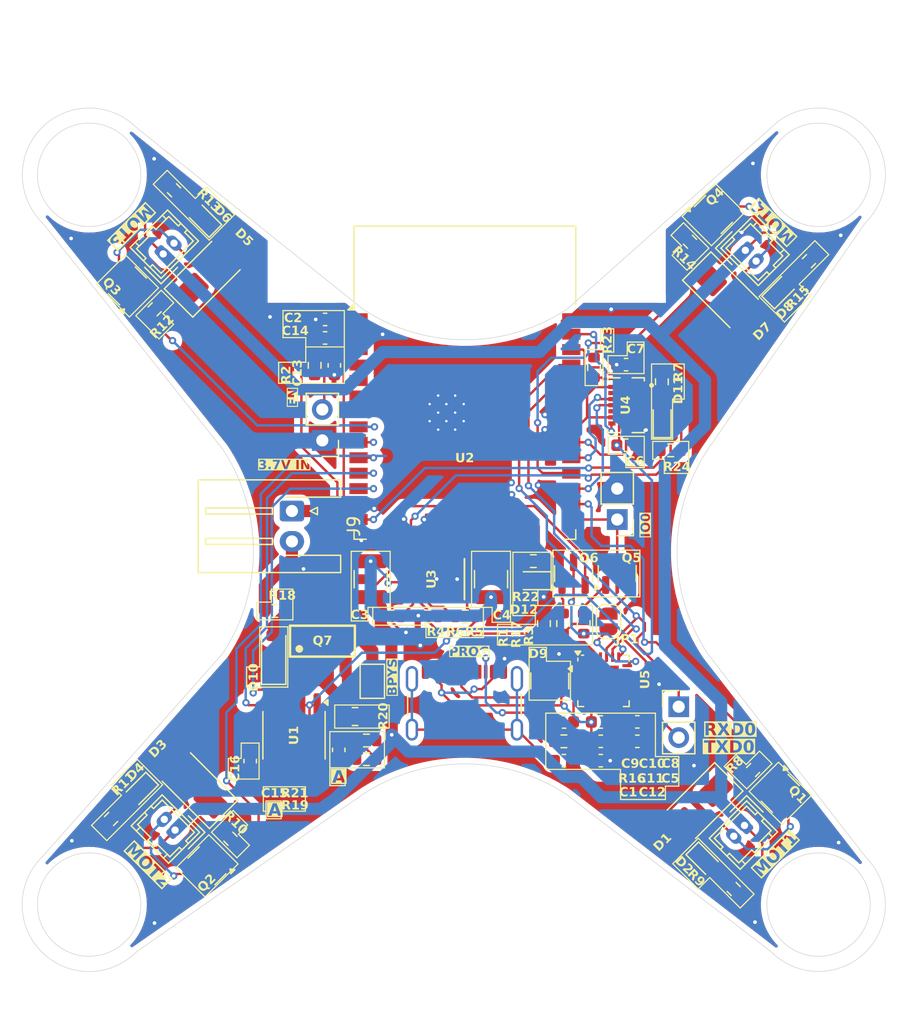
<source format=kicad_pcb>
(kicad_pcb (version 20240108) (generator "pcbnew") (generator_version "8.0")
  (layers (0 "F.Cu" signal) (1 "In1.Cu" signal) (2 "In2.Cu" signal) (31 "B.Cu" signal) (34 "B.Paste" user) (35 "F.Paste" user) (36 "B.SilkS" user "B.Silkscreen") (37 "F.SilkS" user "F.Silkscreen") (38 "B.Mask" user) (39 "F.Mask" user) (44 "Edge.Cuts" user))
  (net 0 "")
  (net 1 "Net-(J1-SHIELD)")
  (net 2 "GND")
  (net 3 "3V3")
  (net 4 "5V")
  (net 5 "Net-(U5-VDD)")
  (net 8 "Net-(J1-CC1)")
  (net 9 "EN")
  (net 10 "/D-")
  (net 11 "/D+")
  (net 12 "GPIO1")
  (net 13 "GPIO3")
  (net 17 "GPIO32")
  (net 23 "GPIO25")
  (net 29 "MISO")
  (net 38 "GNDPWR")
  (net 39 "Net-(D1-A)")
  (net 40 "3.7V")
  (net 41 "Net-(D2-A)")
  (net 42 "Net-(D3-A)")
  (net 43 "Net-(D4-A)")
  (net 44 "Net-(D5-A)")
  (net 45 "Net-(D6-A)")
  (net 46 "Net-(D7-A)")
  (net 47 "Net-(D8-A)")
  (net 48 "Net-(U3-EN)")
  (net 49 "FB")
  (net 51 "IO0")
  (net 52 "/CTS")
  (net 53 "/DTR")
  (net 54 "Net-(Q5-B)")
  (net 55 "Net-(J1-CC2)")
  (net 56 "INT2")
  (net 57 "CSB_ACCEL")
  (net 58 "SPI_CLK")
  (net 59 "MOSI")
  (net 60 "INT3")
  (net 61 "CSB_GYRO")
  (net 62 "INT1")
  (net 63 "INT4")
  (net 73 "Net-(Q6-B)")
  (net 75 "/RTS")
  (net 79 "Net-(U1-IN-)")
  (net 80 "Net-(U1-IN+)")
  (net 81 "Net-(D10-A)")
  (net 82 "Net-(D10-K)")
  (net 83 "Net-(J9-Pin_1)")
  (net 84 "GNDREF")
  (net 85 "Net-(D11-A)")
  (net 86 "Net-(D12-A)")
  (net 87 "GPIO2")
  (net 88 "GPIO4")
  (net 89 "GPIO17")
  (net 90 "I2C_SDA")
  (net 91 "I2C_SCL")
  (net 92 "GPIO33")
  (footprint "RF_Module:ESP32-WROOM-32D" (layer "F.Cu") (at 170.31 68.48)
    (property "Reference" "U2")
    (property "Value" "ESP32-WROOM-32D")
  )
  (footprint "LED_SMD:LED_0603_1608Metric" (layer "F.Cu") (at 186.53 68.52 90)
    (property "Reference" "D11")
    (property "Value" "LED")
  )
  (footprint "Capacitor_SMD:C_0603_1608Metric" (layer "F.Cu") (at 183.579999 70.63 180)
    (property "Reference" "C6")
    (property "Value" "0.1uF")
  )
  (footprint "Resistor_SMD:R_0603_1608Metric" (layer "F.Cu") (at 194.01124 97.334861 -135)
    (property "Reference" "R8")
    (property "Value" "10K")
  )
  (footprint "Resistor_SMD:R_0603_1608Metric" (layer "F.Cu") (at 180.08 85.295 90)
    (property "Reference" "R3")
    (property "Value" "4.7K")
  )
  (footprint "Connector_PinHeader_2.54mm:PinHeader_1x02_P2.54mm_Vertical" (layer "F.Cu") (at 158.58 70.235 180)
    (property "Reference" "J8" (hide yes))
    (property "Value" "Conn_01x02_Pin")
  )
  (footprint "Package_TO_SOT_SMD:SOT-143" (layer "F.Cu") (at 177.29 90.005 -90)
    (property "Reference" "D9")
    (property "Value" "SP0503BAHT")
  )
  (footprint "LED_SMD:LED_0603_1608Metric" (layer "F.Cu") (at 148.737652 51.971165 135)
    (property "Reference" "D6")
    (property "Value" "LED")
  )
  (footprint "Capacitor_SMD:C_0603_1608Metric" (layer "F.Cu") (at 152.65 96.6 90)
    (property "Reference" "C16")
    (property "Value" "0.1uF")
  )
  (footprint "CoilgunLibrary:SO08-E3" (layer "F.Cu") (at 158.5925 86.739999)
    (property "Reference" "Q7")
    (property "Value" "FDS4435BZ")
  )
  (footprint "Diode_SMD:D_SMA" (layer "F.Cu") (at 149.237022 56.451547 45)
    (property "Reference" "D5")
    (property "Value" "SS34")
  )
  (footprint "Resistor_SMD:R_0603_1608Metric" (layer "F.Cu") (at 176.81 85.295 90)
    (property "Reference" "R1")
    (property "Value" "5.1K")
  )
  (footprint "LED_SMD:LED_0603_1608Metric" (layer "F.Cu") (at 190.061984 104.821371 -45)
    (property "Reference" "D2")
    (property "Value" "LED")
  )
  (footprint "LED_SMD:LED_0603_1608Metric" (layer "F.Cu") (at 196.306875 57.849614 45)
    (property "Reference" "D8")
    (property "Value" "LED")
  )
  (footprint "Capacitor_SMD:C_0603_1608Metric" (layer "F.Cu") (at 184.49 94.974999)
    (property "Reference" "C5")
    (property "Value" "0.1uF")
  )
  (footprint "Resistor_SMD:R_0603_1608Metric" (layer "F.Cu") (at 192.417509 107.120328 135)
    (property "Reference" "R9")
    (property "Value" "220R")
  )
  (footprint "Resistor_SMD:R_0603_1608Metric" (layer "F.Cu") (at 146.382126 49.672208 -45)
    (property "Reference" "R13")
    (property "Value" "220R")
  )
  (footprint "Capacitor_SMD:C_1210_3225Metric" (layer "F.Cu") (at 172.460001 81.644998 -90)
    (property "Reference" "C4")
    (property "Value" "22uF")
  )
  (footprint "Capacitor_SMD:C_0603_1608Metric" (layer "F.Cu") (at 184.490001 93.375001)
    (property "Reference" "C8")
    (property "Value" "1uF")
  )
  (footprint "Connector_Hirose:Hirose_DF13-02P-1.25DSA_1x02_P1.25mm_Vertical" (layer "F.Cu") (at 146.467475 102.276525 135)
    (property "Reference" "J3" (hide yes))
    (property "Value" "Conn_01x02_Pin")
  )
  (footprint "Connector_Hirose:Hirose_DF13-02P-1.25DSA_1x02_P1.25mm_Vertical" (layer "F.Cu") (at 193.304068 101.890414 -135)
    (property "Reference" "J2" (hide yes))
    (property "Value" "Conn_01x02_Pin")
  )
  (footprint "Capacitor_SMD:C_0603_1608Metric" (layer "F.Cu") (at 181.484999 94.975 180)
    (property "Reference" "C11")
    (property "Value" "1uF")
  )
  (footprint "Package_DFN_QFN:QFN-24-1EP_4x4mm_P0.5mm_EP2.5x2.5mm" (layer "F.Cu") (at 181.71 90.005)
    (property "Reference" "U5")
    (property "Value" "CP2102N-Axx-xQFN24")
  )
  (footprint "Resistor_SMD:R_0603_1608Metric" (layer "F.Cu") (at 170.340001 84.704999)
    (property "Reference" "R5")
    (property "Value" "90.9K")
  )
  (footprint "Diode_SMD:D_SOD-123" (layer "F.Cu") (at 154.5825 87.929999 90)
    (property "Reference" "D10")
    (property "Value" "MMSD914")
  )
  (footprint "NetTie:NetTie-2_SMD_Pad0.5mm" (layer "F.Cu") (at 166.64 86.590001 -90)
    (property "Reference" "NT2" (hide yes))
    (property "Value" "NetTie_2" (hide yes))
  )
  (footprint "Resistor_SMD:R_0603_1608Metric" (layer "F.Cu") (at 157.95 64.065 -90)
    (property "Reference" "R2")
    (property "Value" "10K")
  )
  (footprint "Jumper:SolderJumper-2_P1.3mm_Open_RoundedPad1.0x1.5mm" (layer "F.Cu") (at 182.12 85.125 -90)
    (property "Reference" "JP1")
    (property "Value" "SolderJumper_2_Open")
  )
  (footprint "Package_TO_SOT_SMD:SOT-23" (layer "F.Cu") (at 190.744555 51.665039 45)
    (property "Reference" "Q4")
    (property "Value" "IRLML6244")
  )
  (footprint "NetTie:NetTie-2_SMD_Pad0.5mm" (layer "F.Cu") (at 156.68 80.45 -45)
    (property "Reference" "NT1" (hide yes))
    (property "Value" "NetTie_2" (hide yes))
  )
  (footprint "Jumper:SolderJumper-2_P1.3mm_Open_Pad1.0x1.5mm" (layer "F.Cu") (at 162.6925 90.039999 -90)
    (property "Reference" "JP2" (hide yes))
    (property "Value" "SolderJumper_2_Open")
  )
  (footprint "fc4footprints:QFN3p0x5p0x1p6_MPM3830_MNP" (layer "F.Cu") (at 167.590001 81.644849 90)
    (property "Reference" "U3")
    (property "Value" "MPM3830GQV-P")
  )
  (footprint "Package_TO_SOT_SMD:SOT-23" (layer "F.Cu") (at 179.247499 81.185 90)
    (property "Reference" "Q6")
    (property "Value" "BC817")
  )
  (footprint "Resistor_SMD:R_0603_1608Metric" (layer "F.Cu") (at 188.820365 53.900357 -45)
    (property "Reference" "R14")
    (property "Value" "10K")
  )
  (footprint "Resistor_SMD:R_0603_1608Metric" (layer "F.Cu") (at 180.93 64.25 -90)
    (property "Reference" "R23")
    (property "Value" "10K")
  )
  (footprint "Diode_SMD:D_SMA" (layer "F.Cu") (at 147.98508 98.50325 135)
    (property "Reference" "D3")
    (property "Value" "SS34")
  )
  (footprint "Resistor_SMD:R_0603_1608Metric" (layer "F.Cu") (at 175.936922 80.1597 180)
    (property "Reference" "R22")
    (property "Value" "220R")
  )
  (footprint "Capacitor_SMD:C_0603_1608Metric" (layer "F.Cu") (at 181.485 93.385 180)
    (property "Reference" "C10")
    (property "Value" "0.1uF")
  )
  (footprint "LED_SMD:LED_0603_1608Metric" (layer "F.Cu") (at 175.916922 81.77 180)
    (property "Reference" "D12")
    (property "Value" "LED")
  )
  (footprint "Resistor_SMD:R_0805_2012Metric" (layer "F.Cu") (at 161.272499 92.939998)
    (property "Reference" "R20")
    (property "Value" "10m")
  )
  (footprint "Package_TO_SOT_SMD:SOT-23" (layer "F.Cu") (at 149.098839 105.219017 -135)
    (property "Reference" "Q2")
    (property "Value" "IRLML6244")
  )
  (footprint "Resistor_SMD:R_0603_1608Metric" (layer "F.Cu") (at 141.209277 101.361683 45)
    (property "Reference" "R11")
    (property "Value" "220R")
  )
  (footprint "Resistor_SMD:R_0603_1608Metric" (layer "F.Cu") (at 186.51 65.414999 -90)
    (property "Reference" "R7")
    (property "Value" "220R")
  )
  (footprint "Resistor_SMD:R_0603_1608Metric" (layer "F.Cu") (at 198.605832 55.494088 -135)
    (property "Reference" "R15")
    (property "Value" "220R")
  )
  (footprint "Resistor_SMD:R_0603_1608Metric" (layer "F.Cu") (at 187.24 71.05 180)
    (property "Reference" "R24")
    (property "Value" "10K")
  )
  (footprint "LED_SMD:LED_0603_1608Metric" (layer "F.Cu") (at 143.536518 99.09101 -135)
    (property "Reference" "D4")
    (property "Value" "LED")
  )
  (footprint "Connector_Hirose:Hirose_DF13-02P-1.25DSA_1x02_P1.25mm_Vertical" (layer "F.Cu") (at 193.375918 54.60753 -45)
    (property "Reference" "J5" (hide yes))
    (property "Value" "Conn_01x02_Pin")
  )
  (footprint "Capacitor_SMD:C_0603_1608Metric" (layer "F.Cu") (at 158.81 61.81 180)
    (property "Reference" "C14")
    (property "Value" "0.1uF")
  )
  (footprint "Diode_SMD:D_SMA" (layer "F.Cu") (at 191.858313 58.380804 -45)
    (property "Reference" "D7")
    (property "Value" "SS34")
  )
  (footprint "Diode_SMD:D_SMA" (layer "F.Cu") (at 189.530793 100.372809 -135)
    (property "Reference" "D1")
    (property "Value" "SS34")
  )
  (footprint "Capacitor_SMD:C_1210_3225Metric" (layer "F.Cu") (at 162.56 81.644999 90)
    (property "Reference" "C3")
    (property "Value" "22uF")
  )
  (footprint "Capacitor_SMD:C_0603_1608Metric" (layer "F.Cu") (at 159.932501 95.679999 90)
    (property "Reference" "C15")
    (property "Value" "0.1uF")
  )
  (footprint "Resistor_SMD:R_0603_1608Metric" (layer "F.Cu") (at 178.450002 94.975)
    (property "Reference" "R16")
    (property "Value" "5.1K")
  )
  (footprint "Package_SO:SOIC-8_3.9x4.9mm_P1.27mm" (layer "F.Cu") (at 156.2525 94.479999 -90)
    (property "Reference" "U1")
    (property "Value" "INA219AxD")
  )
  (footprint "Resistor_SMD:R_0603_1608Metric" (layer "F.Cu") (at 167.2525 84.704999)
    (property "Reference" "R6")
    (property "Value" "20k")
  )
  (footprint "Resistor_SMD:R_0603_1608Metric" (layer "F.Cu") (at 164.215001 84.704999)
    (property "Reference" "R4")
    (property "Value" "100K")
  )
  (footprint "Connector_PinHeader_2.54mm:PinHeader_1x02_P2.54mm_Vertical" (layer "F.Cu") (at 182.837498 76.74 180)
    (property "Reference" "J7" (hide yes))
    (property "Value" "Conn_01x02_Pin")
  )
  (footprint "Resistor_SMD:R_0603_1608Metric" (layer "F.Cu") (at 144.788395 59.457675 45)
    (property "Reference" "R12")
    (property "Value" "10K")
  )
  (footprint "Connector_PinHeader_2.54mm:PinHeader_1x02_P2.54mm_Vertical" (layer "F.Cu") (at 187.895 92.13)
    (property "Reference" "J6" (hide yes))
    (property "Value" "Conn_01x02_Pin")
  )
  (footprint "Package_TO_SOT_SMD:SOT-23" (layer "F.Cu") (at 196.246558 99.259051 -45)
    (property "Reference" "Q1")
    (property "Value" "IRLML6244")
  )
  (footprint "Capacitor_SMD:C_0603_1608Metric" (layer "F.Cu") (at 178.45 96.565)
    (property "Reference" "C1")
    (property "Value" "1uF")
  )
  (footprint "Package_TO_SOT_SMD:SOT-23" (layer "F.Cu") (at 182.837498 81.185 90)
    (property "Reference" "Q5")
    (property "Value" "BC817")
  )
  (footprint "Capacitor_SMD:C_0603_1608Metric" (layer "F.Cu") (at 159.57 64.065 90)
    (property "Reference" "C13")
    (property "Value" "0.1uF")
  )
  (footprint "Capacitor_SMD:C_0603_1608Metric" (layer "F.Cu") (at 181.484999 96.565 180)
    (property "Reference" "C12")
    (property "Value" "10uF")
  )
  (footprint "Resistor_SMD:R_0603_1608Metric" (layer "F.Cu") (at 162.212501 94.91 180)
    (property "Reference" "R21")
    (property "Value" "47R")
  )
  (footprint "fc4footprints:PQFN50P450X300X100-16N" (layer "F.Cu") (at 183.564999 67.34 -90)
    (property "Reference" "U4")
    (property "Value" "BMI088")
  )
  (footprint "Connector_USB:USB_C_Receptacle_GCT_USB4105-xx-A_16P_TopMnt_Horizontal" (layer "F.Cu") (at 170.270001 92.94)
    (property "Reference" "J1" (hide yes))
    (property "Value" "USB_C_Receptacle_USB2.0_16P")
  )
  (footprint "Capacitor_SMD:C_0603_1608Metric" (layer "F.Cu") (at 158.81 60.29 180)
    (property "Reference" "C2")
    (property "Value" "1uF")
  )
  (footprint "Capacitor_SMD:C_0603_1608Metric" (layer "F.Cu") (at 183.564999 64.004999 180)
    (property "Reference" "C7")
    (property "Value" "0.1uF")
  )
  (footprint "Package_TO_SOT_SMD:SOT-23" (layer "F.Cu") (at 142.553077 57.533485 135)
    (property "Reference" "Q3")
    (property "Value" "IRLML6244")
  )
  (footprint "Resistor_SMD:R_0603_1608Metric" (layer "F.Cu") (at 154.6825 84.26 180)
    (property "Reference" "R18")
    (property "Value" "100K")
  )
  (footprint "Resistor_SMD:R_0603_1608Metric" (layer "F.Cu") (at 178.39 85.295 90)
    (property "Reference" "R17")
    (property "Value" "4.7K")
  )
  (footprint "Resistor_SMD:R_0603_1608Metric" (layer "F.Cu") (at 162.2125 96.439999 180)
    (property "Reference" "R19")
    (property "Value" "47R")
  )
  (footprint "Connector_JST:JST_XH_S2B-XH-A-1_1x02_P2.50mm_Horizontal" (layer "F.Cu") (at 156.08 76.04 -90)
    (property "Reference" "J9")
    (property "Value" "Conn_01x02_Pin")
  )
  (footprint "Resistor_SMD:R_0603_1608Metric" (layer "F.Cu") (at 151.023028 102.983698 135)
    (property "Reference" "R10")
    (property "Value" "10K")
  )
  (footprint "Capacitor_SMD:C_0603_1608Metric" (layer "F.Cu") (at 178.47 93.385 180)
    (property "Reference" "C9")
    (property "Value" "0.1uF")
  )
  (footprint "Connector_Hirose:Hirose_DF13-02P-1.25DSA_1x02_P1.25mm_Vertical" (layer "F.Cu") (at 145.495568 54.902121 45)
    (property "Reference" "J4" (hide yes))
    (property "Value" "Conn_01x02_Pin")
  )
  (gr_rect (start 167.86 79.85) (end 169.85 80.83) (stroke (width 0.2)) (fill solid) (layer "F.Cu") (net 3))
  (gr_rect (start 167.86 82.43) (end 169.85 83.41) (stroke (width 0.2)) (fill solid) (layer "F.Cu"))
  (gr_line (start 167.11 85.44) (end 167.11 86.435) (stroke (width 0.1)) (layer "F.SilkS"))
  (gr_line (start 190.59 54.23) (end 193.31 51.51) (stroke (width 0.1)) (layer "F.SilkS"))
  (gr_line (start 185.04 64.74) (end 185.04 62.15) (stroke (width 0.1)) (layer "F.SilkS"))
  (gr_line (start 185.66 63.95) (end 185.66 70.13) (stroke (width 0.1)) (layer "F.SilkS"))
  (gr_line (start 183.11 99.76) (end 183.11 97.29) (stroke (width 0.1)) (layer "F.SilkS"))
  (gr_line (start 151.91 95.12) (end 153.38 95.12) (stroke (width 0.1)) (layer "F.SilkS"))
  (gr_line (start 183.66 63.27) (end 182.08 63.27) (stroke (width 0.1)) (layer "F.SilkS"))
  (gr_line (start 175.5902 91.5924) (end 175.5902 87.249) (stroke (width 0.1)) (layer "F.SilkS"))
  (gr_line (start 196.1 96.69) (end 198.82 99.41) (stroke (width 0.1)) (layer "F.SilkS"))
  (gr_line (start 177.55 83.1) (end 184.7 83.1) (stroke (width 0.1)) (layer "F.SilkS"))
  (gr_line (start 151.363683 51.673683) (end 149.27 53.767366) (stroke (width 0.1)) (layer "F.SilkS"))
  (gr_line (start 188.29 52.34) (end 190.38 54.43) (stroke (width 0.1)) (layer "F.SilkS"))
  (gr_line (start 176.1 85.355) (end 176.1 83.81) (stroke (width 0.1)) (layer "F.SilkS"))
  (gr_line (start 152.36 90.52) (end 155.74 90.52) (stroke (width 0.1)) (layer "F.SilkS"))
  (gr_line (start 180.2 65.73) (end 181.67 65.73) (stroke (width 0.1)) (layer "F.SilkS"))
  (gr_line (start 186.8 98.66) (end 186.8 99.76) (stroke (width 0.1)) (layer "F.SilkS"))
  (gr_line (start 162.34 83.97) (end 162.34 85.08) (stroke (width 0.1)) (layer "F.SilkS"))
  (gr_line (start 186.71 72.95) (end 186.71 71.78) (stroke (width 0.1)) (layer "F.SilkS"))
  (gr_line (start 160.39 59.56) (end 155.35 59.56) (stroke (width 0.1)) (layer "F.SilkS"))
  (gr_line (start 185.06 72.46) (end 183.55 72.46) (stroke (width 0.1)) (layer "F.SilkS"))
  (gr_line (start 156.16 84.99) (end 153.2 84.99) (stroke (width 0.1)) (layer "F.SilkS"))
  (gr_line (start 183.11 97.282) (end 176.9618 97.282) (stroke (width 0.1)) (layer "F.SilkS"))
  (gr_rect (start 153.94 99.88) (end 155.2 101.34) (stroke (width 0.1)) (fill none) (layer "F.SilkS"))
  (gr_line (start 155.35 59.56) (end 155.35 61.78) (stroke (width 0.1)) (layer "F.SilkS"))
  (gr_line (start 176.31 83.81) (end 176.31 82.505) (stroke (width 0.1)) (layer "F.SilkS"))
  (gr_line (start 156.16 84.99) (end 156.16 82.46) (stroke (width 0.1)) (layer "F.SilkS"))
  (gr_line (start 196.596317 60.503683) (end 194.502634 58.41) (stroke (width 0.1)) (layer "F.SilkS"))
  (gr_line (start 189.5 102.942634) (end 194.092507 107.535141) (stroke (width 0.1)) (layer "F.SilkS"))
  (gr_line (start 151.56 104.55) (end 149.46 102.45) (stroke (width 0.1)) (layer "F.SilkS"))
  (gr_line (start 164.16 79.35) (end 164.16 83.97) (stroke (width 0.1)) (layer "F.SilkS"))
  (gr_line (start 185.76 70.32) (end 188.72 70.32) (stroke (width 0.1)) (layer "F.SilkS"))
  (gr_line (start 154.99 65.54) (end 160.39 65.54) (stroke (width 0.1)) (layer "F.SilkS"))
  (gr_line (start 162.73 83.96) (end 162.73 85.43) (stroke (width 0.1)) (layer "F.SilkS"))
  (gr_line (start 193.44 96.88) (end 194.54 95.78) (stroke (width 0.1)) (layer "F.SilkS"))
  (gr_line (start 142.4 54.98) (end 145.11 57.69) (stroke (width 0.1)) (layer "F.SilkS"))
  (gr_line (start 139.599088 101.880911) (end 142.060911 99.419088) (stroke (width 0.1)) (layer "F.SilkS"))
  (gr_line (start 182.08 64.74) (end 185.04 64.74) (stroke (width 0.1)) (layer "F.SilkS"))
  (gr_line (start 170.86 79.35) (end 170.86 83.96) (stroke (width 0.1)) (layer "F.SilkS"))
  (gr_line (start 145.446841 98.546841) (end 140.854334 103.139348) (stroke (width 0.1)) (layer "F.SilkS"))
  (gr_line (start 178.9938 91.5924) (end 175.5902 91.5924) (stroke (width 0.1)) (layer "F.SilkS"))
  (gr_line (start 154.99 65.535) (end 154.99 63.81) (stroke (width 0.1)) (layer "F.SilkS"))
  (gr_line (start 144.677009 49.172991) (end 145.82 48.03) (stroke (width 0.1)) (layer "F.SilkS"))
  (gr_line (start 188.18 51.82) (end 190.59 54.23) (stroke (width 0.1)) (layer "F.SilkS"))
  (gr_line (start 151.91 96.38) (end 151.91 95.12) (stroke (width 0.1)) (layer "F.SilkS"))
  (gr_line (start 181.47 61.06) (end 182.55 61.06) (stroke (width 0.1)) (layer "F.SilkS"))
  (gr_line (start 152.44 101.85) (end 151.68 102.61) (stroke (width 0.1)) (layer "F.SilkS"))
  (gr_line (start 172.55 83.96) (end 172.55 85.19) (stroke (width 0.1)) (layer "F.SilkS"))
  (gr_line (start 192.62 96.06) (end 193.44 96.88) (stroke (width 0.1)) (layer "F.SilkS"))
  (gr_line (start 187.406317 105.036317) (end 189.5 102.942634) (stroke (width 0.1)) (layer "F.SilkS"))
  (gr_line (start 199.097009 53.817009) (end 200.24 54.96) (stroke (width 0.1)) (layer "F.SilkS"))
  (gr_line (start 175.5902 87.249) (end 177.0126 87.249) (stroke (width 0.1)) (layer "F.SilkS"))
  (gr_line (start 157.22 62.55) (end 157.22 63.81) (stroke (width 0.1)) (layer "F.SilkS"))
  (gr_line (start 154.39 83.53) (end 154.39 82.46) (stroke (width 0.1)) (layer "F.SilkS"))
  (gr_line (start 182.55 61.06) (end 182.55 62.98) (stroke (width 0.1)) (layer "F.SilkS"))
  (gr_line (start 157.22 62.55) (end 157.22 61.78) (stroke (width 0.1)) (layer "F.SilkS"))
  (gr_line (start 183.66 62.15) (end 183.66 63.27) (stroke (width 0.1)) (layer "F.SilkS"))
  (gr_line (start 189.494941 107.124941) (end 187.406317 105.036317) (stroke (width 0.1)) (layer "F.SilkS"))
  (gr_line (start 145.15 61.89) (end 143.240708 59.980708) (stroke (width 0.1)) (layer "F.SilkS"))
  (gr_line (start 190.9 49.1) (end 188.18 51.82) (stroke (width 0.1)) (layer "F.SilkS"))
  (gr_line (start 149.085878 49.395878) (end 151.363683 51.673683) (stroke (width 0.1)) (layer "F.SilkS"))
  (gr_line (start 187.35 55.02) (end 188.13 54.24) (stroke (width 0.1)) (layer "F.SilkS"))
  (gr_line (start 141.224496 98.58182) (end 143.353158 96.453158) (stroke (width 0.1)) (layer "F.SilkS"))
  (gr_line (start 149.27 53.767366) (end 144.677493 49.174859) (stroke (width 0.1)) (layer "F.SilkS"))
  (gr_line (start 156.16 82.46) (end 154.39 82.46) (stroke (width 0.1)) (layer "F.SilkS"))
  (gr_line (start 180.81 83.81) (end 180.81 87.05) (stroke (width 0.1)) (layer "F.SilkS"))
  (gr_line (start 176.9618 97.282) (end 176.9618 92.6592) (stroke (width 0.1)) (layer "F.SilkS"))
  (gr_line (start 176.1 83.81) (end 180.81 83.81) (stroke (width 0.1)) (layer "F.SilkS"))
  (gr_line (start 143.240742 59.979258) (end 145.33 57.89) (stroke (width 0.1)) (layer "F.SilkS"))
  (gr_line (start 153.73 98.71) (end 153.73 100.72) (stroke (width 0.1)) (layer "F.SilkS"))
  (gr_line (start 187.39 70.13) (end 187.39 66.84) (stroke (width 0.1)) (layer "F.SilkS"))
  (gr_line (start 177.55 82.47) (end 177.55 83.1) (stroke (width 0.1)) (layer "F.SilkS"))
  (gr_line (start 149.25 102.66) (end 146.54 105.37) (stroke (width 0.1)) (layer "F.SilkS"))
  (gr_line (start 177.401922 81.035) (end 177.401922 79.43) (stroke (width 0.1)) (layer "F.SilkS"))
  (gr_line (start 157.22 62.55) (end 160.39 62.55) (stroke (width 0.1)) (layer "F.SilkS"))
  (gr_line (start 172.55 85.19) (end 174.05 85.19) (stroke (width 0.1)) (layer "F.SilkS"))
  (gr_line (start 183.55 71.36) (end 182.1 71.36) (stroke (width 0.1)) (layer "F.SilkS"))
  (gr_line (start 148.94 107.77) (end 151.65 105.06) (stroke (width 0.1)) (layer "F.SilkS"))
  (gr_line (start 143.353158 96.453158) (end 145.446841 98.546841) (stroke (width 0.1)) (layer "F.SilkS"))
  (gr_rect (start 159.2 94.18) (end 163.69 97.16) (stroke (width 0.1)) (fill none) (layer "F.SilkS"))
  (gr_line (start 157.19 100.72) (end 157.19 98.71) (stroke (width 0.1)) (layer "F.SilkS"))
  (gr_line (start 194.502634 58.41) (end 199.095141 53.817493) (stroke (width 0.1)) (layer "F.SilkS"))
  (gr_line (start 193.69 99.1) (end 196.1 96.69) (stroke (width 0.1)) (layer "F.SilkS"))
  (gr_line (start 180.2 62.77) (end 181.47 62.77) (stroke (width 0.1)) (layer "F.SilkS"))
  (gr_line (start 174.06 79.35) (end 170.86 79.35) (stroke (width 0.1)) (layer "F.SilkS"))
  (gr_line (start 152.59 103.52) (end 151.56 104.55) (stroke (width 0.1)) (layer "F.SilkS"))
  (gr_line (start 196.41 101.82) (end 193.69 99.1) (stroke (width 0.1)) (layer "F.SilkS"))
  (gr_line (start 194.54 95.78) (end 195.57 96.81) (stroke (width 0.1)) (layer "F.SilkS"))
  (gr_line (start 148.134968 50.345032) (end 149.083703 49.396297) (stroke (width 0.1)) (layer "F.SilkS"))
  (gr_rect (start 159.6 91.99) (end 164.08 93.89) (stroke (width 0.1)) (fill none) (layer "F.SilkS"))
  (gr_line (start 182.55 62.98) (end 181.67 62.98) (stroke (width 0.1)) (layer "F.SilkS"))
  (gr_line (start 167.11 86.44) (end 171.83 86.44) (stroke (width 0.1)) (layer "F.SilkS"))
  (gr_line (start 193.48 98.88) (end 191.64 97.04) (stroke (width 0.1)) (layer "F.SilkS"))
  (gr_line (start 186.8 99.76) (end 183.11 99.76) (stroke (width 0.1)) (layer "F.SilkS"))
  (gr_line (start 174.26 84.64) (end 174.26 79.43) (stroke (width 0.1)) (layer "F.SilkS"))
  (gr_line (start 177.0126 88.392) (end 178.9938 88.392) (stroke (width 0.1)) (layer "F.SilkS"))
  (gr_line (start 177.4 79.43) (end 174.26 79.43) (stroke (width 0.1)) (layer "F.SilkS"))
  (gr_line (start 187.9 96.23) (end 187.9 98.66) (stroke (width 0.1)) (layer "F.SilkS"))
  (gr_line (start 151.25 100.66) (end 152.44 101.85) (stroke (width 0.1)) (layer "F.SilkS"))
  (gr_line (start 157.19 100.72) (end 155.21 100.72) (stroke (width 0.1)) (layer "F.SilkS"))
  (gr_line (start 155.35 61.78) (end 157.22 61.78) (stroke (width 0.1)) (layer "F.SilkS"))
  (gr_line (start 174.06 79.35) (end 174.06 85.19) (stroke (width 0.1)) (layer "F.SilkS"))
  (gr_line (start 188.72 72.95) (end 186.71 72.95) (stroke (width 0.1)) (layer "F.SilkS"))
  (gr_line (start 160.39 65.54) (end 160.39 59.56) (stroke (width 0.1)) (layer "F.SilkS"))
  (gr_line (start 188.13 54.24) (end 187.26 53.37) (stroke (width 0.1)) (layer "F.SilkS"))
  (gr_line (start 185.04 62.15) (end 183.66 62.15) (stroke (width 0.1)) (layer "F.SilkS"))
  (gr_line (start 197.805 57.395) (end 198.755 58.345) (stroke (width 0.1)) (layer "F.SilkS"))
  (gr_line (start 142.056884 99.416884) (end 141.225632 98.585632) (stroke (width 0.1)) (layer "F.SilkS"))
  (gr_line (start 151.68 102.61) (end 152.59 103.52) (stroke (width 0.1)) (layer "F.SilkS"))
  (gr_line (start 200.24 54.96) (end 197.805157 57.394843) (stroke (width 0.1)) (layer "F.SilkS"))
  (gr_line (start 188.72 70.32) (end 188.72 72.95) (stroke (width 0.1)) (layer "F.SilkS"))
  (gr_line (start 185.98 96.23) (end 187.9 96.23) (stroke (width 0.1)) (layer "F.SilkS"))
  (gr_line (start 153.38 98.08) (end 150.85 98.08) (stroke (width 0.1)) (layer "F.SilkS"))
  (gr_line (start 162.73 85.43) (end 167.11 85.43) (stroke (width 0.1)) (layer "F.SilkS"))
  (gr_line (start 177.55 82.22) (end 177.55 79.26) (stroke (width 0.1)) (layer "F.SilkS"))
  (gr_line (start 184.7 79.26) (end 184.7 83.09) (stroke (width 0.1)) (layer "F.SilkS"))
  (gr_line (start 187.39 66.84) (end 188.35 66.84) (stroke (width 0.1)) (layer "F.SilkS"))
  (gr_line (start 185.76 71.78) (end 185.76 70.32) (stroke (width 0.1)) (layer "F.SilkS"))
  (gr_line (start 198.755059 58.344941) (end 196.596317 60.503683) (stroke (width 0.1)) (layer "F.SilkS"))
  (gr_line (start 145.82 48.03) (end 148.134968 50.344968) (stroke (width 0.1)) (layer "F.SilkS"))
  (gr_line (start 153.73 100.72) (end 153.94 100.72) (stroke (width 0.1)) (layer "F.SilkS"))
  (gr_line (start 182.08 63.27) (end 182.08 64.74) (stroke (width 0.1)) (layer "F.SilkS"))
  (gr_line (start 190.38 54.43) (end 188.57 56.24) (stroke (width 0.1)) (layer "F.SilkS"))
  (gr_line (start 188.35 66.84) (end 188.35 63.95) (stroke (width 0.1)) (layer "F.SilkS"))
  (gr_line (start 153.2 84.99) (end 153.2 83.53) (stroke (width 0.1)) (layer "F.SilkS"))
  (gr_line (start 146.36 58.92) (end 145.47 59.81) (stroke (width 0.1)) (layer "F.SilkS"))
  (gr_line (start 145.11 57.69) (end 142.71 60.09) (stroke (width 0.1)) (layer "F.SilkS"))
  (gr_line (start 171.83 86.44) (end 171.83 83.96) (stroke (width 0.1)) (layer "F.SilkS"))
  (gr_line (start 188.57 56.24) (end 187.35 55.02) (stroke (width 0.1)) (layer "F.SilkS"))
  (gr_line (start 157.19 98.71) (end 153.73 98.71) (stroke (width 0.1)) (layer "F.SilkS"))
  (gr_line (start 155.74 90.52) (end 155.74 85.56) (stroke (width 0.1)) (layer "F.SilkS"))
  (gr_line (start 194.092991 107.537009) (end 192.95 108.68) (stroke (width 0.1)) (layer "F.SilkS"))
  (gr_line (start 183.55 72.46) (end 183.55 71.36) (stroke (width 0.1)) (layer "F.SilkS"))
  (gr_line (start 191.64 97.04) (end 192.62 96.06) (stroke (width 0.1)) (layer "F.SilkS"))
  (gr_line (start 185.66 70.13) (end 187.39 70.13) (stroke (width 0.1)) (layer "F.SilkS"))
  (gr_line (start 182.1 69.9) (end 185.06 69.9) (stroke (width 0.1)) (layer "F.SilkS"))
  (gr_line (start 172.99 85.36) (end 176.1 85.36) (stroke (width 0.1)) (layer "F.SilkS"))
  (gr_line (start 187.26 53.37) (end 188.29 52.34) (stroke (width 0.1)) (layer "F.SilkS"))
  (gr_line (start 170.86 83.96) (end 172.55 83.96) (stroke (width 0.1)) (layer "F.SilkS"))
  (gr_line (start 155.74 85.56) (end 153.43 85.56) (stroke (width 0.1)) (layer "F.SilkS"))
  (gr_line (start 142.71 60.09) (end 140 57.38) (stroke (width 0.1)) (layer "F.SilkS"))
  (gr_line (start 195.57 96.81) (end 193.49 98.89) (stroke (width 0.1)) (layer "F.SilkS"))
  (gr_line (start 182.1 71.36) (end 182.1 69.9) (stroke (width 0.1)) (layer "F.SilkS"))
  (gr_line (start 180.81 87.05) (end 172.99 87.05) (stroke (width 0.1)) (layer "F.SilkS"))
  (gr_line (start 150.85 96.38) (end 151.91 96.38) (stroke (width 0.1)) (layer "F.SilkS"))
  (gr_line (start 171.82 83.96) (end 162.34 83.96) (stroke (width 0.1)) (layer "F.SilkS"))
  (gr_line (start 176.9618 92.6592) (end 185.97 92.6592) (stroke (width 0.1)) (layer "F.SilkS"))
  (gr_line (start 153.38 95.12) (end 153.38 98.08) (stroke (width 0.1)) (layer "F.SilkS"))
  (gr_line (start 151.65 105.06) (end 149.25 102.66) (stroke (width 0.1)) (layer "F.SilkS"))
  (gr_line (start 153.43 85.58) (end 153.43 88.86) (stroke (width 0.1)) (layer "F.SilkS"))
  (gr_line (start 198.82 99.41) (end 196.41 101.82) (stroke (width 0.1)) (layer "F.SilkS"))
  (gr_line (start 190.445 106.175) (end 189.495 107.125) (stroke (width 0.1)) (layer "F.SilkS"))
  (gr_line (start 177.55 79.26) (end 184.7 79.26) (stroke (width 0.1)) (layer "F.SilkS"))
  (gr_line (start 181.47 62.77) (end 181.47 61.06) (stroke (width 0.1)) (layer "F.SilkS"))
  (gr_line (start 193.31 51.51) (end 190.9 49.1) (stroke (width 0.1)) (layer "F.SilkS"))
  (gr_line (start 162.34 85.08) (end 160.96 85.08) (stroke (width 0.1)) (layer "F.SilkS"))
  (gr_line (start 149.46 102.45) (end 151.25 100.66) (stroke (width 0.1)) (layer "F.SilkS"))
  (gr_line (start 146.54 105.37) (end 148.94 107.77) (stroke (width 0.1)) (layer "F.SilkS"))
  (gr_line (start 181.67 65.73) (end 181.67 62.99) (stroke (width 0.1)) (layer "F.SilkS"))
  (gr_line (start 152.36 88.86) (end 152.36 90.52) (stroke (width 0.1)) (layer "F.SilkS"))
  (gr_line (start 177.0126 87.249) (end 177.0126 88.392) (stroke (width 0.1)) (layer "F.SilkS"))
  (gr_line (start 172.99 87.045) (end 172.99 85.36) (stroke (width 0.1)) (layer "F.SilkS"))
  (gr_line (start 145.47 59.81) (end 146.35 60.69) (stroke (width 0.1)) (layer "F.SilkS"))
  (gr_line (start 153.2 83.53) (end 154.39 83.53) (stroke (width 0.1)) (layer "F.SilkS"))
  (gr_line (start 187.9 98.66) (end 186.8 98.66) (stroke (width 0.1)) (layer "F.SilkS"))
  (gr_line (start 180.2 65.73) (end 180.2 62.77) (stroke (width 0.1)) (layer "F.SilkS"))
  (gr_line (start 160.96 79.35) (end 164.16 79.35) (stroke (width 0.1)) (layer "F.SilkS"))
  (gr_line (start 146.35 60.69) (end 145.15 61.89) (stroke (width 0.1)) (layer "F.SilkS"))
  (gr_line (start 160.96 79.35) (end 160.96 85.08) (stroke (width 0.1)) (layer "F.SilkS"))
  (gr_line (start 188.35 63.95) (end 185.66 63.95) (stroke (width 0.1)) (layer "F.SilkS"))
  (gr_line (start 150.85 98.08) (end 150.85 96.38) (stroke (width 0.1)) (layer "F.SilkS"))
  (gr_rect (start 159.2 97.16) (end 160.46 98.62) (stroke (width 0.1)) (fill none) (layer "F.SilkS"))
  (gr_line (start 185.98 92.66) (end 185.98 96.23) (stroke (width 0.1)) (layer "F.SilkS"))
  (gr_line (start 178.9938 88.392) (end 178.9938 91.5924) (stroke (width 0.1)) (layer "F.SilkS"))
  (gr_line (start 154.99 63.81) (end 157.22 63.81) (stroke (width 0.1)) (layer "F.SilkS"))
  (gr_line (start 140.852466 103.139832) (end 139.59634 101.883706) (stroke (width 0.1)) (layer "F.SilkS"))
  (gr_line (start 192.95 108.68) (end 190.444567 106.174567) (stroke (width 0.1)) (layer "F.SilkS"))
  (gr_line (start 186.71 71.78) (end 185.76 71.78) (stroke (width 0.1)) (layer "F.SilkS"))
  (gr_line (start 145.33 57.89) (end 146.36 58.92) (stroke (width 0.1)) (layer "F.SilkS"))
  (gr_line (start 174.26 84.64) (end 176.09 84.64) (stroke (width 0.1)) (layer "F.SilkS"))
  (gr_line (start 153.43 88.86) (end 152.36 88.86) (stroke (width 0.1)) (layer "F.SilkS"))
  (gr_line (start 140 57.38) (end 142.4 54.98) (stroke (width 0.1)) (layer "F.SilkS"))
  (gr_line (start 185.06 69.9) (end 185.06 72.46) (stroke (width 0.1)) (layer "F.SilkS"))
  (gr_line (start 190.330124 87.84303) (end 203.29 104.51) (stroke (width 0.05)) (layer "Edge.Cuts"))
  (gr_arc (start 178.78 59.39) (mid 170.33303 61.960118) (end 161.88 59.41) (stroke (width 0.05)) (layer "Edge.Cuts"))
  (gr_circle (center 199.4 108.4) (end 203.65 108.4) (stroke (width 0.05)) (fill none) (layer "Edge.Cuts"))
  (gr_circle (center 139.4 48.4) (end 143.65 48.4) (stroke (width 0.05)) (fill none) (layer "Edge.Cuts"))
  (gr_line (start 143.29 112.28) (end 161.82 99.4) (stroke (width 0.05)) (layer "Edge.Cuts"))
  (gr_arc (start 135.511256 52.288744) (mid 135.511256 44.511256) (end 143.288744 44.511256) (stroke (width 0.05)) (layer "Edge.Cuts"))
  (gr_arc (start 150.34 70.89) (mid 152.910124 79.33697) (end 150.36 87.79) (stroke (width 0.05)) (layer "Edge.Cuts"))
  (gr_circle (center 139.4 108.4) (end 143.65 108.4) (stroke (width 0.05)) (fill none) (layer "Edge.Cuts"))
  (gr_arc (start 195.510001 44.510001) (mid 203.289999 44.510001) (end 203.289999 52.289999) (stroke (width 0.05)) (layer "Edge.Cuts"))
  (gr_circle (center 199.4 48.4) (end 203.65 48.4) (stroke (width 0.05)) (fill none) (layer "Edge.Cuts"))
  (gr_arc (start 143.295003 112.28499) (mid 135.512504 112.292502) (end 135.510001 104.510001) (stroke (width 0.05)) (layer "Edge.Cuts"))
  (gr_line (start 203.288421 52.288421) (end 190.310124 70.94303) (stroke (width 0.05)) (layer "Edge.Cuts"))
  (gr_line (start 195.512344 112.287656) (end 178.72 99.38) (stroke (width 0.05)) (layer "Edge.Cuts"))
  (gr_arc (start 203.289999 104.510001) (mid 203.289999 112.289999) (end 195.510001 112.289999) (stroke (width 0.05)) (layer "Edge.Cuts"))
  (gr_arc (start 161.82 99.4) (mid 170.26697 96.829876) (end 178.72 99.38) (stroke (width 0.05)) (layer "Edge.Cuts"))
  (gr_line (start 135.51 104.51) (end 150.36 87.79) (stroke (width 0.05)) (layer "Edge.Cuts"))
  (gr_line (start 150.34 70.89) (end 135.509749 52.290251) (stroke (width 0.05)) (layer "Edge.Cuts"))
  (gr_line (start 161.88 59.41) (end 143.288744 44.511256) (stroke (width 0.05)) (layer "Edge.Cuts"))
  (gr_line (start 195.51 44.51) (end 178.78 59.39) (stroke (width 0.05)) (layer "Edge.Cuts"))
  (gr_arc (start 190.330124 87.84303) (mid 187.759999 79.39606) (end 190.310124 70.94303) (stroke (width 0.05)) (layer "Edge.Cuts"))
  (gr_text "MOT2" (at 142.17 104.01 315) (layer "F.SilkS" knockout) (effects (font (size 1 1) (thickness 0.1)) (justify left bottom)))
  (gr_text "MOT3" (at 144.01 50.57 225) (layer "F.SilkS" knockout) (effects (font (size 1 1) (thickness 0.1)) (justify left bottom)))
  (gr_text "MOT4" (at 197.723479 53.448756 135) (layer "F.SilkS" knockout) (effects (font (size 1 1) (thickness 0.1)) (justify left bottom)))
  (gr_text "MOT1" (at 194.72 106.32 45) (layer "F.SilkS" knockout) (effects (font (size 1 1) (thickness 0.1)) (justify left bottom)))
  (gr_text "RXD0" (at 189.97 94.65 0) (layer "F.SilkS" knockout) (effects (font (size 1 1) (thickness 0.1)) (justify left bottom)))
  (gr_text "PROG" (at 169 88.09 0) (layer "F.SilkS" knockout) (effects (font (size 0.75 0.75) (thickness 0.1)) (justify left bottom)))
  (gr_text "EN" (at 156.63 67.49 90) (layer "F.SilkS" knockout) (effects (font (size 0.75 0.75) (thickness 0.1)) (justify left bottom)))
  (gr_text "A" (at 159.39 98.54 0) (layer "F.SilkS" knockout) (effects (font (size 1 1) (thickness 0.1)) (justify left bottom)))
  (gr_text "A" (at 154.13 101.26 0) (layer "F.SilkS" knockout) (effects (font (size 1 1) (thickness 0.1)) (justify left bottom)))
  (gr_text "TXD0" (at 189.97 96.08 0) (layer "F.SilkS" knockout) (effects (font (size 1 1) (thickness 0.1)) (justify left bottom)))
  (gr_text "IO0" (at 185.65 78.22 90) (layer "F.SilkS" knockout) (effects (font (size 0.75 0.75) (thickness 0.1)) (justify left bottom)))
  (gr_text "3.7V IN" (at 153.313334 72.73 0) (layer "F.SilkS" knockout) (effects (font (size 0.75 0.75) (thickness 0.1)) (justify left bottom)))
  (gr_text "BPYS" (at 164.83 91.25413 90) (layer "F.SilkS" knockout) (effects (font (size 0.75 0.75) (thickness 0.1)) (justify left bottom)))
  (segment (start 177.140002 96.565) (end 174.590001 94.014999) (width 0.2) (layer "F.Cu") (net 1))
  (segment (start 165.95 94.015) (end 174.59 94.015) (width 0.2) (layer "F.Cu") (net 1))
  (segment (start 177.675 96.565) (end 177.140002 96.565) (width 0.2) (layer "F.Cu") (net 1))
  (segment (start 174.59 94.015) (end 174.590001 94.014999) (width 0.2) (layer "F.Cu") (net 1))
  (segment (start 165.95 89.835001) (end 165.95 94.015) (width 0.2) (layer "B.Cu") (net 1))
  (segment (start 174.590001 89.835002) (end 174.590002 89.835001) (width 0.2) (layer "B.Cu") (net 1))
  (segment (start 174.590001 94.014999) (end 174.590001 89.835002) (width 0.2) (layer "B.Cu") (net 1))
  (segment (start 165.146001 82.39485) (end 165.146001 82.65) (width 0.2) (layer "F.Cu") (net 2))
  (segment (start 190.753394 52.999703) (end 192.954426 52.999703) (width 0.2) (layer "F.Cu") (net 2))
  (segment (start 173.47 88.28) (end 173.57 88.18) (width 0.2) (layer "F.Cu") (net 2))
  (segment (start 143.988052 57.511817) (end 143.8537 57.511817) (width 0.2) (layer "F.Cu") (net 2))
  (segment (start 165.167354 86.02) (end 165.46 86.02) (width 0.2) (layer "F.Cu") (net 2))
  (segment (start 164.340001 83.456) (end 164.340001 85.192647) (width 0.2) (layer "F.Cu") (net 2))
  (segment (start 165.146001 82.894848) (end 165.146002 82.894849) (width 0.2) (layer "F.Cu") (net 2))
  (segment (start 185.21 69.38) (end 184.729999 68.899999) (width 0.2) (layer "F.Cu") (net 2))
  (segment (start 192.954426 52.999703) (end 193.083479 53.128756) (width 0.2) (layer "F.Cu") (net 2))
  (segment (start 178.695 89.005) (end 178.04 89.005) (width 0.2) (layer "F.Cu") (net 2))
  (segment (start 184.159999 68.34) (end 184.729999 68.34) (width 0.2) (layer "F.Cu") (net 2))
  (segment (start 193.433634 97.902769) (end 194.783299 99.252435) (width 0.2) (layer "F.Cu") (net 2))
  (segment (start 185.265001 93.375001) (end 185.265001 94.974998) (width 0.2) (layer "F.Cu") (net 2))
  (segment (start 179.225 96.565) (end 179.225 94.915) (width 0.2) (layer "F.Cu") (net 2))
  (segment (start 157.033553 80.803553) (end 157.033553 80.773553) (width 0.5) (layer "F.Cu") (net 2))
  (segment (start 162.08 60.75) (end 162.78 60.75) (width 0.2) (layer "F.Cu") (net 2))
  (segment (start 185.207501 70.63) (end 186.53 69.307501) (width 0.2) (layer "F.Cu") (net 2))
  (segment (start 184.134999 67.365) (end 184.134999 68.315) (width 0.2) (layer "F.Cu") (net 2))
  (segment (start 149.09 103.75) (end 149.09 103.884351) (width 0.2) (layer "F.Cu") (net 2))
  (segment (start 178.05 87.79) (end 178.05 88.995) (width 0.2) (layer "F.Cu") (net 2))
  (segment (start 184.134999 68.315) (end 184.159999 68.34) (width 0.2) (layer "F.Cu") (net 2))
  (segment (start 167.070002 87.520002) (end 166.64 87.09) (width 0.2) (layer "F.Cu") (net 2))
  (segment (start 167.070002 89.259999) (end 167.070002 87.520002) (width 0.2) (layer "F.Cu") (net 2))
  (segment (start 184.729999 68.899999) (end 184.729999 68.34) (width 0.2) (layer "F.Cu") (net 2))
  (segment (start 145.337717 58.861482) (end 143.988052 57.511817) (width 0.2) (layer "F.Cu") (net 2))
  (segment (start 161.56 60.23) (end 162.08 60.75) (width 0.2) (layer "F.Cu") (net 2))
  (segment (start 150.439665 102.400335) (end 149.09 103.75) (width 0.2) (layer "F.Cu") (net 2))
  (segment (start 162.78 60.75) (end 163.54 61.51) (width 0.2) (layer "F.Cu") (net 2))
  (segment (start 179.76 89.255) (end 180.96 89.255) (width 0.2) (layer "F.Cu") (net 2))
  (segment (start 164.340001 85.192647) (end 165.167354 86.02) (width 0.2) (layer "F.Cu") (net 2))
  (segment (start 173.47 89.26) (end 173.47 88.28) (width 0.2) (layer "F.Cu") (net 2))
  (segment (start 184.159999 67.34) (end 184.134999 67.365) (width 0.2) (layer "F.Cu") (net 2))
  (segment (start 194.783299 99.252435) (end 194.917651 99.252435) (width 0.2) (layer "F.Cu") (net 2))
  (segment (start 165.146001 82.65) (end 164.340001 83.456) (width 0.2) (layer "F.Cu") (net 2))
  (segment (start 184.354999 70.63) (end 185.207501 70.63) (width 0.2) (layer "F.Cu") (net 2))
  (segment (start 178.05 88.995) (end 178.04 89.005) (width 0.2) (layer "F.Cu") (net 2))
  (segment (start 179.225 94.915) (end 177.695 93.385) (width 0.2) (layer "F.Cu") (net 2))
  (segment (start 182.259999 93.385001) (end 182.26 93.385) (width 0.2) (layer "F.Cu") (net 2))
  (segment (start 180.96 89.255) (end 181.71 90.005) (width 0.2) (layer "F.Cu") (net 2))
  (segment (start 158.035 61.81) (end 158.035 60.29) (width 0.2) (layer "F.Cu") (net 2))
  (segment (start 179.76 89.255) (end 178.945 89.255) (width 0.2) (layer "F.Cu") (net 2))
  (segment (start 165.146001 82.65) (end 165.146001 82.894848) (width 0.2) (layer "F.Cu") (net 2))
  (segment (start 184.729998 67.34) (end 184.159999 67.34) (width 0.2) (layer "F.Cu") (net 2))
  (segment (start 182.259999 96.565) (end 182.259999 93.385001) (width 0.2) (layer "F.Cu") (net 2))
  (segment (start 178.945 89.255) (end 178.695 89.005) (width 0.2) (layer "F.Cu") (net 2))
  (segment (start 189.381201 54.485034) (end 190.730867 53.135369) (width 0.2) (layer "F.Cu") (net 2))
  (segment (start 185.265001 94.974998) (end 185.265 94.974999) (width 0.2) (layer "F.Cu") (net 2))
  (via (at 165.46 86.02) (size 0.6) (drill 0.3) (layers "F.Cu" "B.Cu") (net 2))
  (via (at 137.98 103.15) (size 0.6) (drill 0.3) (layers "F.Cu" "B.Cu") (net 2))
  (via (at 167.99 81.63) (size 0.6) (drill 0.3) (layers "F.Cu" "B.Cu") (net 2))
  (via (at 194 47.46) (size 0.6) (drill 0.3) (layers "F.Cu" "B.Cu") (net 2))
  (via (at 186.28 90.28) (size 0.6) (drill 0.3) (layers "F.Cu" "B.Cu") (net 2))
  (via (at 193.083479 53.128756) (size 0.6) (drill 0.3) (layers "F.Cu" "B.Cu") (net 2))
  (via (at 176.346733 73.9162) (size 0.6) (drill 0.3) (layers "F.Cu" "B.Cu") (net 2))
  (via (at 169.67 81.64) (size 0.6) (drill 0.3) (layers "F.Cu" "B.Cu") (net 2))
  (via (at 166.963061 76.739998) (size 0.6) (drill 0.3) (layers "F.Cu" "B.Cu") (net 2))
  (via (at 163.54 61.51) (size 0.6) (drill 0.3) (layers "F.Cu" "B.Cu") (net 2))
  (via (at 144.75 47.08) (size 0.6) (drill 0.3) (layers "F.Cu" "B.Cu") (net 2))
  (via (at 159.57 64.84) (size 0.6) (drill 0.3) (layers "F.Cu" "B.Cu") (net 2))
  (via (at 166.64 87.09) (size 0.6) (drill 0.3) (layers "F.Cu" "B.Cu") (net 2))
  (via (at 182.789999 64.004999) (size 0.6) (drill 0.3) (layers "F.Cu" "B.Cu") (net 2))
  (via (at 182.34 59.45) (size 0.6) (drill 0.3) (layers "F.Cu" "B.Cu") (net 2))
  (via (at 176.89 69.351869) (size 0.6) (drill 0.3) (layers "F.Cu" "B.Cu") (net 2))
  (via (at 178.05 87.79) (size 0.6) (drill 0.3) (layers "F.Cu" "B.Cu") (net 2))
  (via (at 158.035 60.29) (size 0.6) (drill 0.3) (layers "F.Cu" "B.Cu") (net 2))
  (via (at 161.79 78.46) (size 0.6) (drill 0.3) (layers "F.Cu" "B.Cu") (net 2))
  (via (at 176.785735 83.095735) (size 0.6) (drill 0.3) (layers "F.Cu" "B.Cu") (net 2))
  (via (at 201.05 103.3) (size 0.6) (drill 0.3) (layers "F.Cu" "B.Cu") (net 2))
  (via (at 162.84481 75.83666) (size 0.6) (drill 0.3) (layers "F.Cu" "B.Cu") (net 2))
  (via (at 174.123059 73.709398) (size 0.6) (drill 0.3) (layers "F.Cu" "B.Cu") (net 2))
  (via (at 157.033553 80.803553) (size 0.6) (drill 0.3) (layers "F.Cu" "B.Cu") (net 2))
  (via (at 165.279052 76.706169) (size 0.6) (drill 0.3) (layers "F.Cu" "B.Cu") (net 2))
  (via (at 176.89 68.109243) (size 0.6) (drill 0.3) (layers "F.Cu" "B.Cu") (net 2))
  (via (at 182.259999 96.565) (size 0.6) (drill 0.3) (layers "F.Cu" "B.Cu") (net 2))
  (via (at 185.21 69.38) (size 0.6) (drill 0.3) (layers "F.Cu" "B.Cu") (net 2))
  (via (at 144.78 109.92) (size 0.6) (drill 0.3) (layers "F.Cu" "B.Cu") (net 2))
  (via (at 173.57 88.18) (size 0.6) (drill 0.3) (layers "F.Cu" "B.Cu") (net 2))
  (via (at 154.28 60.08) (size 0.6) (drill 0.3) (layers "F.Cu" "B.Cu") (net 2))
  (via (at 194.17 109.84) (size 0.6) (drill 0.3) (layers "F.Cu" "B.Cu") (net 2))
  (via (at 137.92 53.63) (size 0.6) (drill 0.3) (layers "F.Cu" "B.Cu") (net 2))
  (via (at 201.22 53.37) (size 0.6) (drill 0.3) (layers "F.Cu" "B.Cu") (net 2))
  (via (at 189.15 96.97) (size 0.6) (drill 0.3) (layers "F.Cu" "B.Cu") (net 2))
  (via (at 174.155421 74.692149) (size 0.6) (drill 0.3) (layers "F.Cu" "B.Cu") (net 2))
  (segment (start 170.49 84.029998) (end 170.49 80.052849) (width 0.2) (layer "F.Cu") (net 3))
  (segment (start 183.79 62.93) (end 181.2 62.93) (width 0.2) (layer "F.Cu") (net 3))
  (segment (start 169.21 85.74) (end 169.21 86.31) (width 0.2) (layer "F.Cu") (net 3))
  (segment (start 182.97 67.84) (end 183.97 66.84) (width 0.2) (layer "F.Cu") (net 3))
  (segment (start 171.165001 84.704999) (end 170.49 84.029998) (width 0.2) (layer "F.Cu") (net 3))
  (segment (start 184.339999 64.004999) (end 185.925 64.004999) (width 0.2) (layer "F.Cu") (net 3))
  (segment (start 159.82 77.79) (end 159.82 73.69) (width 0.2) (layer "F.Cu") (net 3))
  (segment (start 153.715001 96.954999) (end 153.295 97.375) (width 0.2) (layer "F.Cu") (net 3))
  (segment (start 166.69 82.999849) (end 166.69 83.63) (width 0.2) (layer "F.Cu") (net 3))
  (segment (start 160.25 61.08) (end 159.585 61.08) (width 0.2) (layer "F.Cu") (net 3))
  (segment (start 184.124999 64.865001) (end 184.339999 64.650001) (width 0.2) (layer "F.Cu") (net 3))
  (segment (start 180.93 63.2) (end 180.93 63.425) (width 0.2) (layer "F.Cu") (net 3))
  (segment (start 182.994999 67.864999) (end 182.994999 70.44) (width 0.2) (layer "F.Cu") (net 3))
  (segment (start 172.460001 80.169997) (end 171.560004 79.27) (width 0.2) (layer "F.Cu") (net 3))
  (segment (start 157.24 59.5) (end 159.24 59.5) (width 0.2) (layer "F.Cu") (net 3))
  (segment (start 159.585 60.29) (end 159.585 61.08) (width 0.2) (layer "F.Cu") (net 3))
  (segment (start 186.613334 64.589999) (end 186.51 64.589999) (width 0.2) (layer "F.Cu") (net 3))
  (segment (start 172.460001 80.169997) (end 172.342853 80.052849) (width 0.2) (layer "F.Cu") (net 3))
  (segment (start 161.56 61.5) (end 160.67 61.5) (width 0.2) (layer "F.Cu") (net 3))
  (segment (start 157.15 64.89) (end 156.86 64.6) (width 0.2) (layer "F.Cu") (net 3))
  (segment (start 157.53 92.004999) (end 156.8875 92.004999) (width 0.2) (layer "F.Cu") (net 3))
  (segment (start 188.105 71.01) (end 188.105 66.081665) (width 0.2) (layer "F.Cu") (net 3))
  (segment (start 156.86 59.88) (end 157.24 59.5) (width 0.2) (layer "F.Cu") (net 3))
  (segment (start 167.924853 85.74) (end 169.21 85.74) (width 0.2) (layer "F.Cu") (net 3))
  (segment (start 159.24 59.5) (end 159.585 59.845) (width 0.2) (layer "F.Cu") (net 3))
  (segment (start 153.295 97.375) (end 152.65 97.375) (width 0.2) (layer "F.Cu") (net 3))
  (segment (start 183.97 66.84) (end 184.124999 66.84) (width 0.2) (layer "F.Cu") (net 3))
  (segment (start 159.585 59.845) (end 159.585 60.29) (width 0.2) (layer "F.Cu") (net 3))
  (segment (start 170.54 85.74) (end 171.165001 85.114999) (width 0.2) (layer "F.Cu") (net 3))
  (segment (start 158.1575 92.004999) (end 157.53 92.004999) (width 0.2) (layer "F.Cu") (net 3))
  (segment (start 154.3475 96.954999) (end 153.715001 96.954999) (width 0.2) (layer "F.Cu") (net 3))
  (segment (start 184.124999 66.84) (end 184.124999 64.865001) (width 0.2) (layer "F.Cu") (net 3))
  (segment (start 172.342853 80.052849) (end 170.49 80.052849) (width 0.2) (layer "F.Cu") (net 3))
  (segment (start 182.994999 70.44) (end 182.804999 70.63) (width 0.2) (layer "F.Cu") (net 3))
  (segment (start 181.2 62.93) (end 180.93 63.2) (width 0.2) (layer "F.Cu") (net 3))
  (segment (start 154.3475 96.4025) (end 157.53 93.22) (width 0.2) (layer "F.Cu") (net 3))
  (segment (start 184.339999 64.650001) (end 184.339999 64.004999) (width 0.2) (layer "F.Cu") (net 3))
  (segment (start 185.925 64.004999) (end 186.51 64.589999) (width 0.2) (layer "F.Cu") (net 3))
  (segment (start 188.065 71.05) (end 188.105 71.01) (width 0.2) (layer "F.Cu") (net 3))
  (segment (start 156.86 64.6) (end 156.86 59.88) (width 0.2) (layer "F.Cu") (net 3))
  (segment (start 171.165001 85.114999) (end 171.165001 84.704999) (width 0.2) (layer "F.Cu") (net 3))
  (segment (start 184.339999 63.479999) (end 183.79 62.93) (width 0.2) (layer "F.Cu") (net 3))
  (segment (start 159.82 73.69) (end 156.86 70.73) (width 0.2) (layer "F.Cu") (net 3))
  (segment (start 159.585 61.08) (end 159.585 61.81) (width 0.2) (layer "F.Cu") (net 3))
  (segment (start 170.49 80.052849) (end 169.690001 80.052849) (width 0.2) (layer "F.Cu") (net 3))
  (segment (start 171.560004 79.27) (end 161.3 79.27) (width 0.2) (layer "F.Cu") (net 3))
  (segment (start 167.25 85.065147) (end 167.924853 85.74) (width 0.2) (layer "F.Cu") (net 3))
  (segment (start 166.69 83.63) (end 167.25 84.19) (width 0.2) (layer "F.Cu") (net 3))
  (segment (start 182.399999 67.84) (end 182.97 67.84) (width 0.2) (layer "F.Cu") (net 3))
  (segment (start 156.86 70.73) (end 156.86 64.6) (width 0.2) (layer "F.Cu") (net 3))
  (segment (start 169.21 86.31) (end 168.79 86.73) (width 0.2) (layer "F.Cu") (net 3))
  (segment (start 161.3 79.27) (end 159.82 77.79) (width 0.2) (layer "F.Cu") (net 3))
  (segment (start 184.124999 66.84) (end 184.729999 66.84) (width 0.2) (layer "F.Cu") (net 3))
  (segment (start 182.97 67.84) (end 182.994999 67.864999) (width 0.2) (layer "F.Cu") (net 3))
  (segment (start 167.25 84.19) (end 167.25 85.065147) (width 0.2) (layer "F.Cu") (net 3))
  (segment (start 160.67 61.5) (end 160.25 61.08) (width 0.2) (layer "F.Cu") (net 3))
  (segment (start 157.53 93.22) (end 157.53 92.004999) (width 0.2) (layer "F.Cu") (net 3))
  (segment (start 169.21 85.74) (end 170.54 85.74) (width 0.2) (layer "F.Cu") (net 3))
  (segment (start 154.3475 96.954999) (end 154.3475 96.4025) (width 0.2) (layer "F.Cu") (net 3))
  (segment (start 157.95 64.89) (end 157.15 64.89) (width 0.2) (layer "F.Cu") (net 3))
  (segment (start 188.105 66.081665) (end 186.613334 64.589999) (width 0.2) (layer "F.Cu") (net 3))
  (segment (start 184.339999 64.004999) (end 184.339999 63.479999) (width 0.2) (layer "F.Cu") (net 3))
  (via (at 168.79 86.73) (size 0.6) (drill 0.3) (layers "F.Cu" "B.Cu") (net 3))
  (via (at 182.804999 70.63) (size 0.6) (drill 0.3) (layers "F.Cu" "B.Cu") (net 3))
  (via (at 157.53 91.99) (size 0.6) (drill 0.3) (layers "F.Cu" "B.Cu") (net 3))
  (segment (start 168.79 86.73) (end 169.78 85.74) (width 0.2) (layer "B.Cu") (net 3))
  (segment (start 167.83 87.69) (end 168.79 86.73) (width 0.2) (layer "B.Cu") (net 3))
  (segment (start 177.79 82.94) (end 180.24 82.94) (width 0.2) (layer "B.Cu") (net 3))
  (segment (start 185.69 87.62) (end 185.69 73.515001) (width 0.2) (layer "B.Cu") (net 3))
  (segment (start 169.78 85.74) (end 174.99 85.74) (width 0.2) (layer "B.Cu") (net 3))
  (segment (start 157.53 91.99) (end 161.83 87.69) (width 0.2) (layer "B.Cu") (net 3))
  (segment (start 185.52 87.79) (end 185.69 87.62) (width 0.2) (layer "B.Cu") (net 3))
  (segment (start 161.83 87.69) (end 167.83 87.69) (width 0.2) (layer "B.Cu") (net 3))
  (segment (start 174.99 85.74) (end 177.79 82.94) (width 0.2) (layer "B.Cu") (net 3))
  (segment (start 180.24 82.94) (end 185.09 87.79) (width 0.2) (layer "B.Cu") (net 3))
  (segment (start 185.09 87.79) (end 185.52 87.79) (width 0.2) (layer "B.Cu") (net 3))
  (segment (start 185.69 73.515001) (end 182.804999 70.63) (width 0.2) (layer "B.Cu") (net 3))
  (segment (start 180.7 93.39) (end 180.705 93.39) (width 0.2) (layer "F.Cu") (net 4))
  (segment (start 168.39 90.354995) (end 168.39 90.98) (width 0.2) (layer "F.Cu") (net 4))
  (segment (start 180.709999 97.149999) (end 181.25 97.69) (width 0.2) (layer "F.Cu") (net 4))
  (segment (start 167.870003 89.259999) (end 167.870003 89.834998) (width 0.2) (layer "F.Cu") (net 4))
  (segment (start 181.25 97.69) (end 183.24 97.69) (width 0.2) (layer "F.Cu") (net 4))
  (segment (start 180.96 91.955) (end 180.71 91.955) (width 0.2) (layer "F.Cu") (net 4))
  (segment (start 180.71 91.955) (end 180.46 91.955) (width 0.2) (layer "F.Cu") (net 4))
  (segment (start 178.24 91.005) (end 178.24 91.84) (width 0.2) (layer "F.Cu") (net 4))
  (segment (start 180.71 96.564999) (end 180.709999 96.565) (width 0.2) (layer "F.Cu") (net 4))
  (segment (start 172.670001 89.26) (end 172.670001 89.717408) (width 0.2) (layer "F.Cu") (net 4))
  (segment (start 169.43 92.02) (end 178.42 92.02) (width 0.2) (layer "F.Cu") (net 4))
  (segment (start 183.715 93.375002) (end 183.715001 93.375001) (width 0.2) (layer "F.Cu") (net 4))
  (segment (start 180.71 93.385) (end 180.71 96.564999) (width 0.2) (layer "F.Cu") (net 4))
  (segment (start 178.42 92.02) (end 178.48 92.08) (width 0.2) (layer "F.Cu") (net 4))
  (segment (start 167.870003 89.834998) (end 168.39 90.354995) (width 0.2) (layer "F.Cu") (net 4))
  (segment (start 171.707409 90.68) (end 171.07 90.68) (width 0.2) (layer "F.Cu") (net 4))
  (segment (start 178.24 91.84) (end 178.48 92.08) (width 0.2) (layer "F.Cu") (net 4))
  (segment (start 180.709999 96.565) (end 180.709999 97.149999) (width 0.2) (layer "F.Cu") (net 4))
  (segment (start 183.715 94.974999) (end 183.715 93.375002) (width 0.2) (layer "F.Cu") (net 4))
  (segment (start 180.705 93.39) (end 180.71 93.385) (width 0.2) (layer "F.Cu") (net 4))
  (segment (start 183.24 97.69) (end 183.715 97.215) (width 0.2) (layer "F.Cu") (net 4))
  (segment (start 168.39 90.98) (end 169.43 92.02) (width 0.2) (layer "F.Cu") (net 4))
  (segment (start 183.715 97.215) (end 183.715 94.974999) (width 0.2) (layer "F.Cu") (net 4))
  (segment (start 180.7 93.39) (end 180.71 93.38) (width 0.2) (layer "F.Cu") (net 4))
  (segment (start 180.71 93.38) (end 180.71 91.955) (width 0.2) (layer "F.Cu") (net 4))
  (segment (start 172.670001 89.717408) (end 171.707409 90.68) (width 0.2) (layer "F.Cu") (net 4))
  (via (at 180.7 93.39) (size 0.6) (drill 0.3) (layers "F.Cu" "B.Cu") (net 4))
  (via (at 171.07 90.68) (size 0.6) (drill 0.3) (layers "F.Cu" "B.Cu") (net 4))
  (via (at 168.39 90.98) (size 0.6) (drill 0.3) (layers "F.Cu" "B.Cu") (net 4))
  (via (at 178.48 92.08) (size 0.6) (drill 0.3) (layers "F.Cu" "B.Cu") (net 4))
  (segment (start 179.79 93.39) (end 180.7 93.39) (width 0.2) (layer "B.Cu") (net 4))
  (segment (start 168.39 90.98) (end 170.77 90.98) (width 0.2) (layer "B.Cu") (net 4))
  (segment (start 170.77 90.98) (end 171.07 90.68) (width 0.2) (layer "B.Cu") (net 4))
  (segment (start 178.48 92.08) (end 179.79 93.39) (width 0.2) (layer "B.Cu") (net 4))
  (segment (start 179.245 91.77) (end 179.245 93.385) (width 0.2) (layer "F.Cu") (net 5))
  (segment (start 179.76 91.255) (end 179.245 91.77) (width 0.2) (layer "F.Cu") (net 5))
  (segment (start 169.020001 88.099999) (end 169.020001 89.260001) (width 0.2) (layer "F.Cu") (net 8))
  (segment (start 176.81 86.12) (end 171 86.12) (width 0.2) (layer "F.Cu") (net 8))
  (segment (start 171 86.12) (end 169.020001 88.099999) (width 0.2) (layer "F.Cu") (net 8))
  (segment (start 180.197499 79.819447) (end 176.018052 75.64) (width 0.2) (layer "F.Cu") (net 9))
  (segment (start 158.74 63.29) (end 158.74 67.535) (width 0.2) (layer "F.Cu") (net 9))
  (segment (start 158.74 67.535) (end 158.58 67.695) (width 0.2) (layer "F.Cu") (net 9))
  (segment (start 176.018052 75.64) (end 165.18 75.64) (width 0.2) (layer "F.Cu") (net 9))
  (segment (start 160.345 77.185) (end 160.345 63.325) (width 0.2) (layer "F.Cu") (net 9))
  (segment (start 160.345 63.325) (end 160.31 63.29) (width 0.2) (layer "F.Cu") (net 9))
  (segment (start 159.57 63.29) (end 158.74 63.29) (width 0.2) (layer "F.Cu") (net 9))
  (segment (start 159.57 63.29) (end 160.31 63.29) (width 0.2) (layer "F.Cu") (net 9))
  (segment (start 180.197499 82.1225) (end 180.197499 79.819447) (width 0.2) (layer "F.Cu") (net 9))
  (segment (start 160.9 77.74) (end 160.345 77.185) (width 0.2) (layer "F.Cu") (net 9))
  (segment (start 160.83 62.77) (end 161.56 62.77) (width 0.2) (layer "F.Cu") (net 9))
  (segment (start 163.08 77.74) (end 160.9 77.74) (width 0.2) (layer "F.Cu") (net 9))
  (segment (start 160.31 63.29) (end 160.83 62.77) (width 0.2) (layer "F.Cu") (net 9))
  (segment (start 158.74 63.29) (end 158 63.29) (width 0.2) (layer "F.Cu") (net 9))
  (segment (start 165.18 75.64) (end 163.08 77.74) (width 0.2) (layer "F.Cu") (net 9))
  (segment (start 175.975 91.37) (end 170.911471 91.37) (width 0.2) (layer "F.Cu") (net 10))
  (segment (start 170.252411 90.135) (end 169.98 90.135) (width 0.2) (layer "F.Cu") (net 10))
  (segment (start 169.765001 90.135) (end 169.519999 89.889998) (width 0.2) (layer "F.Cu") (net 10))
  (segment (start 169.98 90.135) (end 169.765001 90.135) (width 0.2) (layer "F.Cu") (net 10))
  (segment (start 170.520001 89.86741) (end 170.252411 90.135) (width 0.2) (layer "F.Cu") (net 10))
  (segment (start 179.76 90.255) (end 177.09 90.255) (width 0.2) (layer "F.Cu") (net 10))
  (segment (start 170.520001 89.26) (end 170.520001 89.86741) (width 0.2) (layer "F.Cu") (net 10))
  (segment (start 170.911471 91.37) (end 170.020001 90.47853) (width 0.2) (layer "F.Cu") (net 10))
  (segment (start 169.519999 89.889998) (end 169.519999 89.260001) (width 0.2) (layer "F.Cu") (net 10))
  (segment (start 170.020001 90.47853) (end 170.020001 90.135) (width 0.2) (layer "F.Cu") (net 10))
  (segment (start 177.09 90.255) (end 175.975 91.37) (width 0.2) (layer "F.Cu") (net 10))
  (segment (start 170.287591 88.385) (end 170.49 88.385) (width 0.2) (layer "F.Cu") (net 11))
  (segment (start 170.020001 88.65259) (end 170.287591 88.385) (width 0.2) (layer "F.Cu") (net 11))
  (segment (start 171.019999 88.609999) (end 171.019999 89.26) (width 0.2) (layer "F.Cu") (net 11))
  (segment (start 177.09 89.755) (end 179.76 89.755) (width 0.2) (layer "F.Cu") (net 11))
  (segment (start 170.795 88.385) (end 171.019999 88.609999) (width 0.2) (layer "F.Cu") (net 11))
  (segment (start 170.520001 88.385) (end 170.520001 88.11) (width 0.2) (layer "F.Cu") (net 11))
  (segment (start 170.49 88.385) (end 170.56 88.385) (width 0.2) (layer "F.Cu") (net 11))
  (segment (start 170.520001 88.11) (end 171.390001 87.24) (width 0.2) (layer "F.Cu") (net 11))
  (segment (start 170.020001 89.26) (end 170.020001 88.65259) (width 0.2) (layer "F.Cu") (net 11))
  (segment (start 171.390001 87.24) (end 174.575 87.24) (width 0.2) (layer "F.Cu") (net 11))
  (segment (start 174.575 87.24) (end 177.09 89.755) (width 0.2) (layer "F.Cu") (net 11))
  (segment (start 170.56 88.385) (end 170.795 88.385) (width 0.2) (layer "F.Cu") (net 11))
  (segment (start 184.4 85.737403) (end 184.117159 85.737403) (width 0.2) (layer "F.Cu") (net 12))
  (segment (start 174.77 74.18) (end 174.77 67.341472) (width 0.2) (layer "F.Cu") (net 12))
  (segment (start 178.071472 64.04) (end 179.06 64.04) (width 0.2) (layer "F.Cu") (net 12))
  (segment (start 185.19 91.965) (end 185.19 88.39) (width 0.2) (layer "F.Cu") (net 12))
  (segment (start 187.895 94.67) (end 185.19 91.965) (width 0.2) (layer "F.Cu") (net 12))
  (segment (start 174.77 67.341472) (end 178.071472 64.04) (width 0.2) (layer "F.Cu") (net 12))
  (segment (start 184.117159 85.737403) (end 183.327281 86.527281) (width 0.2) (layer "F.Cu") (net 12))
  (segment (start 183.327281 86.527281) (end 182.46 87.394562) (width 0.2) (layer "F.Cu") (net 12))
  (segment (start 182.46 87.394562) (end 182.46 88.055) (width 0.2) (layer "F.Cu") (net 12))
  (segment (start 185.19 88.39) (end 183.327281 86.527281) (width 0.2) (layer "F.Cu") (net 12))
  (via (at 184.4 85.737403) (size 0.6) (drill 0.3) (layers "F.Cu" "B.Cu") (net 12))
  (via (at 174.77 74.18) (size 0.6) (drill 0.3) (layers "F.Cu" "B.Cu") (net 12))
  (segment (start 184.357403 85.737403) (end 177.05 78.43) (width 0.2) (layer "B.Cu") (net 12))
  (segment (start 184.4 85.737403) (end 184.357403 85.737403) (width 0.2) (layer "B.Cu") (net 12))
  (segment (start 177.05 78.43) (end 177.05 76.46) (width 0.2) (layer "B.Cu") (net 12))
  (segment (start 177.05 76.46) (end 174.77 74.18) (width 0.2) (layer "B.Cu") (net 12))
  (segment (start 185.11 85.26) (end 185.11 85.875932) (width 0.2) (layer "F.Cu") (net 13))
  (segment (start 187.894999 90.484264) (end 187.895 90.484264) (width 0.2) (layer "F.Cu") (net 13))
  (segment (start 184.51 84.66) (end 185.11 85.26) (width 0.2) (layer "F.Cu") (net 13))
  (segment (start 184.4 84.888876) (end 181.96 87.328876) (width 0.2) (layer "F.Cu") (net 13))
  (segment (start 175.538003 67.881997) (end 178.11 65.31) (width 0.2) (layer "F.Cu") (net 13))
  (segment (start 185.11 85.875932) (end 184.49 86.495932) (width 0.2) (layer "F.Cu") (net 13))
  (segment (start 184.49 87.079265) (end 187.894999 90.484264) (width 0.2) (layer "F.Cu") (net 13))
  (segment (start 175.538003 73.955999) (end 175.538003 67.881997) (width 0.2) (layer "F.Cu") (net 13))
  (segment (start 184.4 84.66) (end 184.51 84.66) (width 0.2) (layer "F.Cu") (net 13))
  (segment (start 187.895 90.484264) (end 187.895 92.13) (width 0.2) (layer "F.Cu") (net 13))
  (segment (start 184.4 84.66) (end 184.4 84.888876) (width 0.2) (layer "F.Cu") (net 13))
  (segment (start 181.96 87.328876) (end 181.96 88.055) (width 0.2) (layer "F.Cu") (net 13))
  (segment (start 184.49 86.495932) (end 184.49 87.079265) (width 0.2) (layer "F.Cu") (net 13))
  (segment (start 178.11 65.31) (end 179.06 65.31) (width 0.2) (layer "F.Cu") (net 13))
  (via (at 175.538003 73.955999) (size 0.6) (drill 0.3) (layers "F.Cu" "B.Cu") (net 13))
  (via (at 184.4 84.66) (size 0.6) (drill 0.3) (layers "F.Cu" "B.Cu") (net 13))
  (segment (start 177.65 77.9) (end 177.65 76.067996) (width 0.2) (layer "B.Cu") (net 13))
  (segment (start 177.65 76.067996) (end 175.538003 73.955999) (width 0.2) (layer "B.Cu") (net 13))
  (segment (start 184.4 84.66) (end 184.4 84.65) (width 0.2) (layer "B.Cu") (net 13))
  (segment (start 184.4 84.65) (end 177.65 77.9) (width 0.2) (layer "B.Cu") (net 13))
  (segment (start 143.264877 59.61) (end 143.773994 59.61) (width 0.2) (layer "F.Cu") (net 17))
  (segment (start 142.510197 58.85532) (end 143.264877 59.61) (width 0.2) (layer "F.Cu") (net 17))
  (segment (start 143.773994 59.61) (end 144.205032 60.041038) (width 0.2) (layer "F.Cu") (net 17))
  (segment (start 146.26 62.03) (end 146.193994 62.03) (width 0.2) (layer "F.Cu") (net 17))
  (segment (start 146.193994 62.03) (end 144.205032 60.041038) (width 0.2) (layer "F.Cu") (net 17))
  (segment (start 161.56 69.12) (end 162.87 69.12) (width 0.2) (layer "F.Cu") (net 17))
  (via (at 146.26 62.03) (size 0.6) (drill 0.3) (layers "F.Cu" "B.Cu") (net 17))
  (via (at 162.87 69.12) (size 0.6) (drill 0.3) (layers "F.Cu" "B.Cu") (net 17))
  (segment (start 162.26 69.12) (end 162.87 69.12) (width 0.2) (layer "B.Cu") (net 17))
  (segment (start 146.26 62.03) (end 153.23 69) (width 0.2) (layer "B.Cu") (net 17))
  (segment (start 153.23 69) (end 162.14 69) (width 0.2) (layer "B.Cu") (net 17))
  (segment (start 162.14 69) (end 162.26 69.12) (width 0.2) (layer "B.Cu") (net 17))
  (segment (start 150.433503 105.227854) (end 151.606391 104.054966) (width 0.2) (layer "F.Cu") (net 23))
  (segment (start 151.681007 103.567061) (end 153.340866 101.907202) (width 0.2) (layer "F.Cu") (net 23))
  (segment (start 161.56 71.66) (end 162.79 71.66) (width 0.2) (layer "F.Cu") (net 23))
  (segment (start 153.340866 101.907202) (end 153.340866 100.847202) (width 0.2) (layer "F.Cu") (net 23))
  (segment (start 151.606391 103.567061) (end 151.681007 103.567061) (width 0.2) (layer "F.Cu") (net 23))
  (segment (start 153.340866 100.847202) (end 150.705866 98.212202) (width 0.2) (layer "F.Cu") (net 23))
  (segment (start 151.606391 104.054966) (end 151.606391 103.567061) (width 0.2) (layer "F.Cu") (net 23))
  (via (at 150.705866 98.212202) (size 0.6) (drill 0.3) (layers "F.Cu" "B.Cu") (net 23))
  (via (at 162.79 71.66) (size 0.6) (drill 0.3) (layers "F.Cu" "B.Cu") (net 23))
  (segment (start 150.705866 98.212202) (end 150.690866 98.197202) (width 0.2) (layer "B.Cu") (net 23))
  (segment (start 156.640866 71.507202) (end 163.800866 71.507202) (width 0.2) (layer "B.Cu") (net 23))
  (segment (start 151.52 87.36) (end 153.52 85.36) (width 0.2) (layer "B.Cu") (net 23))
  (segment (start 153.52 74.628068) (end 156.640866 71.507202) (width 0.2) (layer "B.Cu") (net 23))
  (segment (start 150.690866 98.197202) (end 150.690866 92.607202) (width 0.2) (layer "B.Cu") (net 23))
  (segment (start 153.52 85.36) (end 153.52 74.628068) (width 0.2) (layer "B.Cu") (net 23))
  (segment (start 150.690866 92.607202) (end 151.52 91.778068) (width 0.2) (layer "B.Cu") (net 23))
  (segment (start 151.52 91.778068) (end 151.52 87.36) (width 0.2) (layer "B.Cu") (net 23))
  (segment (start 180.37 68.34) (end 180.27 68.44) (width 0.2) (layer "F.Cu") (net 29))
  (segment (start 182.399999 68.34) (end 180.37 68.34) (width 0.2) (layer "F.Cu") (net 29))
  (segment (start 181.02 65.85) (end 180.36 66.51) (width 0.2) (layer "F.Cu") (net 29))
  (segment (start 182.399999 68.34) (end 182.399999 68.340001) (width 0.2) (layer "F.Cu") (net 29))
  (segment (start 179.59 69.12) (end 179.06 69.12) (width 0.2) (layer "F.Cu") (net 29))
  (segment (start 182.399999 65.84) (end 182.389999 65.85) (width 0.2) (layer "F.Cu") (net 29))
  (segment (start 182.389999 65.85) (end 181.02 65.85) (width 0.2) (layer "F.Cu") (net 29))
  (segment (start 180.27 68.44) (end 179.59 69.12) (width 0.2) (layer "F.Cu") (net 29))
  (segment (start 180.36 68.35) (end 180.27 68.44) (width 0.2) (layer "F.Cu") (net 29))
  (segment (start 180.36 66.51) (end 180.36 68.35) (width 0.2) (layer "F.Cu") (net 29))
  (segment (start 182.399999 68.340001) (end 182.375 68.365) (width 0.2) (layer "F.Cu") (net 29))
  (segment (start 166.4275 85.877502) (end 166.64 86.090002) (width 0.5) (layer "F.Cu") (net 38))
  (segment (start 165.336001 81.894849) (end 164.065151 81.894849) (width 0.2) (layer "F.Cu") (net 38))
  (segment (start 164.065151 81.894849) (end 163.99 81.97) (width 0.2) (layer "F.Cu") (net 38))
  (segment (start 166.4275 84.704999) (end 166.4275 85.877502) (width 0.5) (layer "F.Cu") (net 38))
  (via (at 172.460001 83.119999) (size 0.6) (drill 0.3) (layers "F.Cu" "B.Cu") (net 38))
  (via (at 166.48 84.64) (size 0.6) (drill 0.3) (layers "F.Cu" "B.Cu") (net 38))
  (via (at 163.99 81.97) (size 0.6) (drill 0.3) (layers "F.Cu" "B.Cu") (net 38))
  (via (at 162.56 80.169998) (size 0.6) (drill 0.3) (layers "F.Cu" "B.Cu") (net 38))
  (segment (start 163.22 84.64) (end 162.56 83.98) (width 1) (layer "B.Cu") (net 38))
  (segment (start 163.99 81.97) (end 163.99 81.599998) (width 0.2) (layer "B.Cu") (net 38))
  (segment (start 172.460001 83.859999) (end 171.68 84.64) (width 1) (layer "B.Cu") (net 38))
  (segment (start 163.99 81.599998) (end 162.56 80.169998) (width 0.2) (layer "B.Cu") (net 38))
  (segment (start 171.68 84.64) (end 166.48 84.64) (width 1) (layer "B.Cu") (net 38))
  (segment (start 166.48 84.64) (end 163.22 84.64) (width 1) (layer "B.Cu") (net 38))
  (segment (start 162.56 83.98) (end 162.56 80.169998) (width 1) (layer "B.Cu") (net 38))
  (segment (start 172.460001 83.119999) (end 172.460001 83.859999) (width 1) (layer "B.Cu") (net 38))
  (segment (start 188.122336 102.803943) (end 188.122336 101.771568) (width 0.2) (layer "F.Cu") (net 39))
  (segment (start 196.915228 101.824621) (end 197.075168 101.984561) (width 0.2) (layer "F.Cu") (net 39))
  (segment (start 191.438668 101.771568) (end 188.122336 101.771568) (width 0.2) (layer "F.Cu") (net 39))
  (segment (start 192.425942 102.758842) (end 191.438668 101.771568) (width 0.2) (layer "F.Cu") (net 39))
  (segment (start 196.915228 99.906509) (end 196.915228 101.824621) (width 0.2) (layer "F.Cu") (net 39))
  (segment (start 189.567462 104.249069) (end 188.122336 102.803943) (width 0.2) (layer "F.Cu") (net 39))
  (via (at 197.075168 101.984561) (size 0.6) (drill 0.3) (layers "F.Cu" "B.Cu") (net 39))
  (segment (start 195.215477 103.844252) (end 193.511351 103.844252) (width 0.2) (layer "B.Cu") (net 39))
  (segment (start 193.511351 103.844252) (end 192.425942 102.758842) (width 0.2) (layer "B.Cu") (net 39))
  (segment (start 197.075168 101.984561) (end 195.215477 103.844252) (width 0.2) (layer "B.Cu") (net 39))
  (segment (start 163.390001 84.704999) (end 163.390001 83.950001) (width 1) (layer "F.Cu") (net 40))
  (segment (start 192.978345 107.71652) (end 194.77 105.924865) (width 0.2) (layer "F.Cu") (net 40))
  (segment (start 148.826535 99.917465) (end 149.399295 99.917465) (width 0.2) (layer "F.Cu") (net 40))
  (segment (start 165.146001 80.173997) (end 165.15 80.169998) (width 0.2) (layer "F.Cu") (net 40))
  (segment (start 144.001351 53.429117) (end 145.461527 54.889292) (width 0.2) (layer "F.Cu") (net 40))
  (segment (start 164.210152 80.894848) (end 162.56 82.545) (width 0.2) (layer "F.Cu") (net 40))
  (segment (start 166.00915 80.169998) (end 166.040001 80.200849) (width 0.2) (layer "F.Cu") (net 40))
  (segment (start 163.390001 83.950001) (end 162.56 83.12) (width 1) (layer "F.Cu") (net 40))
  (segment (start 165.15 80.169998) (end 166.00915 80.169998) (width 0.2) (layer "F.Cu") (net 40))
  (segment (start 190.950764 99.515899) (end 190.950764 98.94314) (width 0.2) (layer "F.Cu") (net 40))
  (segment (start 193.353391 54.608844) (end 190.994331 56.967904) (width 0.2) (layer "F.Cu") (net 40))
  (segment (start 144.001351 50.839386) (end 144.001351 53.429117) (width 0.2) (layer "F.Cu") (net 40))
  (segment (start 163.037501 94.91) (end 163.037501 93.7925) (width 0.2) (layer "F.Cu") (net 40))
  (segment (start 197.403297 53.148668) (end 194.813567 53.148668) (width 0.2) (layer "F.Cu") (net 40))
  (segment (start 145.461527 54.889292) (end 147.820587 57.248353) (width 0.2) (layer "F.Cu") (net 40))
  (segment (start 146.467475 102.276525) (end 148.826535 99.917465) (width 0.2) (layer "F.Cu") (net 40))
  (segment (start 163.710002 92.939998) (end 164.26 92.39) (width 1) (layer "F.Cu") (net 40))
  (segment (start 147.820587 57.248353) (end 147.820587 57.821112) (width 0.2) (layer "F.Cu") (net 40))
  (segment (start 142.417569 103.736701) (end 145.007299 103.736702) (width 0.2) (layer "F.Cu") (net 40))
  (segment (start 162.56 82.545) (end 162.56 83.12) (width 0.2) (layer "F.Cu") (net 40))
  (segment (start 199.194952 54.940323) (end 197.403297 53.148668) (width 0.2) (layer "F.Cu") (net 40))
  (segment (start 164.26 86.35) (end 163.390001 85.480001) (width 1) (layer "F.Cu") (net 40))
  (segment (start 165.146001 80.894848) (end 164.210152 80.894848) (width 0.2) (layer "F.Cu") (net 40))
  (segment (start 162.184999 92.939998) (end 163.710002 92.939998) (width 1) (layer "F.Cu") (net 40))
  (segment (start 193.309824 101.874959) (end 190.950764 99.515899) (width 0.2) (layer "F.Cu") (net 40))
  (segment (start 165.146001 80.894848) (end 165.146001 80.173997) (width 0.2) (layer "F.Cu") (net 40))
  (segment (start 163.037501 93.7925) (end 162.184999 92.939998) (width 0.2) (layer "F.Cu") (net 40))
  (segment (start 145.007299 103.736702) (end 146.467475 102.276525) (width 0.2) (layer "F.Cu") (net 40))
  (segment (start 164.29 93.51) (end 164.29 94.44) (width 1) (layer "F.Cu") (net 40))
  (segment (start 190.994331 56.967904) (end 190.421572 56.967904) (width 0.2) (layer "F.Cu") (net 40))
  (segment (start 194.77 103.335135) (end 193.309824 101.874959) (width 0.2) (layer "F.Cu") (net 40))
  (segment (start 164.26 92.39) (end 164.26 86.35) (width 1) (layer "F.Cu") (net 40))
  (segment (start 145.793006 49.047731) (end 144.001351 50.839386) (width 0.2) (layer "F.Cu") (net 40))
  (segment (start 163.719998 92.939998) (end 164.29 93.51) (width 1) (layer "F.Cu") (net 40))
  (segment (start 194.813567 53.148668) (end 193.353391 54.608844) (width 0.2) (layer "F.Cu") (net 40))
  (segment (start 194.77 105.924865) (end 194.77 103.335135) (width 0.2) (layer "F.Cu") (net 40))
  (segment (start 140.625914 101.945046) (end 142.417569 103.736701) (width 0.2) (layer "F.Cu") (net 40))
  (segment (start 163.710002 92.939998) (end 163.719998 92.939998) (width 1) (layer "F.Cu") (net 40))
  (segment (start 163.390001 85.480001) (end 163.390001 84.704999) (width 1) (layer "F.Cu") (net 40))
  (via (at 164.29 94.44) (size 0.6) (drill 0.3) (layers "F.Cu" "B.Cu") (net 40))
  (segment (start 163.547977 62.967977) (end 160.485954 66.03) (width 1) (layer "B.Cu") (net 40))
  (segment (start 160.485954 66.03) (end 156.623447 66.03) (width 1) (layer "B.Cu") (net 40))
  (segment (start 185.280769 60.5) (end 178.92 60.5) (width 1) (layer "B.Cu") (net 40))
  (segment (start 193.304068 101.890414) (end 191.39 99.976346) (width 1) (layer "B.Cu") (net 40))
  (segment (start 164.29 95.05) (end 159.648371 99.691629) (width 1) (layer "B.Cu") (net 40))
  (segment (start 176.452023 62.967977) (end 163.547977 62.967977) (width 1) (layer "B.Cu") (net 40))
  (segment (start 164.29 94.452056) (end 165.659967 95.822023) (width 1) (layer "B.Cu") (net 40))
  (segment (start 178.52 97.9) (end 179.85 97.9) (width 1) (layer "B.Cu") (net 40))
  (segment (start 181.52 99.57) (end 190.983654 99.57) (width 1) (layer "B.Cu") (net 40))
  (segment (start 179.85 97.9) (end 181.52 99.57) (width 1) (layer "B.Cu") (net 40))
  (segment (start 164.29 94.44) (end 164.29 94.452056) (width 1) (layer "B.Cu") (net 40))
  (segment (start 190.058764 65.277995) (end 185.280769 60.5) (width 1) (layer "B.Cu") (net 40))
  (segment (start 148.212 100.532) (end 146.467475 102.276525) (width 1) (layer "B.Cu") (net 40))
  (segment (start 165.659967 95.822023) (end 176.442023 95.822023) (width 1) (layer "B.Cu") (net 40))
  (segment (start 156.623447 66.03) (end 145.495568 54.902121) (width 1) (layer "B.Cu") (net 40))
  (segment (start 191.39 91.75) (end 186.752145 87.112145) (width 1) (layer "B.Cu") (net 40))
  (segment (start 186.752145 87.112145) (end 186.752145 72.337855) (width 1) (layer "B.Cu") (net 40))
  (segment (start 190.058764 69.031236) (end 190.058764 65.277995) (width 1) (layer "B.Cu") (net 40))
  (segment (start 186.430384 61.553064) (end 193.375918 54.60753) (width 1) (layer "B.Cu") (net 40))
  (segment (start 190.983654 99.57) (end 193.304068 101.890414) (width 1) (layer "B.Cu") (net 40))
  (segment (start 158.439359 100.532) (end 148.212 100.532) (width 1) (layer "B.Cu") (net 40))
  (segment (start 191.39 99.976346) (end 191.39 91.75) (width 1) (layer "B.Cu") (net 40))
  (segment (start 186.430384 61.649616) (end 186.430384 61.553064) (width 1) (layer "B.Cu") (net 40))
  (segment (start 176.442023 95.822023) (end 178.52 97.9) (width 1) (layer "B.Cu") (net 40))
  (segment (start 178.92 60.5) (end 176.452023 62.967977) (width 1) (layer "B.Cu") (net 40))
  (segment (start 186.752145 72.337855) (end 190.058764 69.031236) (width 1) (layer "B.Cu") (net 40))
  (segment (start 159.648371 99.691629) (end 158.439359 100.532) (width 1) (layer "B.Cu") (net 40))
  (segment (start 164.29 94.44) (end 164.29 95.05) (width 1) (layer "B.Cu") (net 40))
  (segment (start 190.681156 105.362763) (end 191.811619 106.493226) (width 0.2) (layer "F.Cu") (net 41))
  (segment (start 191.811619 106.493226) (end 191.811619 106.549794) (width 0.2) (layer "F.Cu") (net 41))
  (segment (start 148.435925 105.881929) (end 146.517813 105.881929) (width 0.2) (layer "F.Cu") (net 42))
  (segment (start 146.517813 105.881929) (end 146.357873 106.04187) (width 0.2) (layer "F.Cu") (net 42))
  (segment (start 145.538492 97.089037) (end 146.570866 97.089037) (width 0.2) (layer "F.Cu") (net 42))
  (segment (start 145.583592 101.392643) (end 146.570866 100.405369) (width 0.2) (layer "F.Cu") (net 42))
  (segment (start 146.570866 100.405369) (end 146.570866 97.089037) (width 0.2) (layer "F.Cu") (net 42))
  (segment (start 144.093365 98.534162) (end 145.538492 97.089037) (width 0.2) (layer "F.Cu") (net 42))
  (via (at 146.357873 106.04187) (size 0.6) (drill 0.3) (layers "F.Cu" "B.Cu") (net 42))
  (segment (start 144.498183 102.478052) (end 145.583592 101.392643) (width 0.2) (layer "B.Cu") (net 42))
  (segment (start 144.498183 104.182178) (end 144.498183 102.478052) (width 0.2) (layer "B.Cu") (net 42))
  (segment (start 146.357873 106.04187) (end 144.498183 104.182178) (width 0.2) (layer "B.Cu") (net 42))
  (segment (start 142.979671 99.647857) (end 141.849209 100.77832) (width 0.2) (layer "F.Cu") (net 43))
  (segment (start 141.849209 100.77832) (end 141.79264 100.77832) (width 0.2) (layer "F.Cu") (net 43))
  (segment (start 147.332683 54.992683) (end 150.649016 54.992683) (width 0.2) (layer "F.Cu") (net 44))
  (segment (start 150.649016 53.960309) (end 150.649016 54.992683) (width 0.2) (layer "F.Cu") (net 44))
  (segment (start 141.856123 56.857743) (end 141.856123 54.939631) (width 0.2) (layer "F.Cu") (net 44))
  (segment (start 149.203889 52.515183) (end 150.649016 53.960309) (width 0.2) (layer "F.Cu") (net 44))
  (segment (start 141.856123 54.939631) (end 141.696183 54.779691) (width 0.2) (layer "F.Cu") (net 44))
  (segment (start 146.34541 54.00541) (end 147.332683 54.992683) (width 0.2) (layer "F.Cu") (net 44))
  (via (at 141.696183 54.779691) (size 0.6) (drill 0.3) (layers "F.Cu" "B.Cu") (net 44))
  (segment (start 141.696183 54.779691) (end 143.555874 52.92) (width 0.2) (layer "B.Cu") (net 44))
  (segment (start 145.26 52.92) (end 146.34541 54.00541) (width 0.2) (layer "B.Cu") (net 44))
  (segment (start 143.555874 52.92) (end 145.26 52.92) (width 0.2) (layer "B.Cu") (net 44))
  (segment (start 148.090195 51.401488) (end 146.959733 50.271026) (width 0.2) (layer "F.Cu") (net 45))
  (segment (start 146.959733 50.271026) (end 146.959733 50.214457) (width 0.2) (layer "F.Cu") (net 45))
  (segment (start 195.727501 58.351206) (end 194.283689 59.795018) (width 0.2) (layer "F.Cu") (net 46))
  (segment (start 191.384941 51.00344) (end 193.67656 51.00344) (width 0.2) (layer "F.Cu") (net 46))
  (segment (start 194.283689 59.795018) (end 193.272527 59.795018) (width 0.2) (layer "F.Cu") (net 46))
  (segment (start 193.25 56.48) (end 193.25 59.796333) (width 0.2) (layer "F.Cu") (net 46))
  (segment (start 194.259801 55.491413) (end 194.238587 55.491413) (width 0.2) (layer "F.Cu") (net 46))
  (segment (start 193.67656 51.00344) (end 193.68 51) (width 0.2) (layer "F.Cu") (net 46))
  (segment (start 194.238587 55.491413) (end 193.25 56.48) (width 0.2) (layer "F.Cu") (net 46))
  (via (at 193.68 51) (size 0.6) (drill 0.3) (layers "F.Cu" "B.Cu") (net 46))
  (segment (start 193.68 51) (end 195.322684 52.642684) (width 0.2) (layer "B.Cu") (net 46))
  (segment (start 195.322684 52.642684) (end 195.322684 54.407317) (width 0.2) (layer "B.Cu") (net 46))
  (segment (start 195.322684 54.407317) (end 194.237274 55.492727) (width 0.2) (layer "B.Cu") (net 46))
  (segment (start 196.841195 57.237512) (end 197.971658 56.10705) (width 0.2) (layer "F.Cu") (net 47))
  (segment (start 197.971658 56.10705) (end 198.028226 56.10705) (width 0.2) (layer "F.Cu") (net 47))
  (segment (start 166.040001 83.704999) (end 165.040001 84.704999) (width 0.2) (layer "F.Cu") (net 48))
  (segment (start 166.040001 83.038849) (end 166.040001 83.704999) (width 0.2) (layer "F.Cu") (net 48))
  (segment (start 168.81 84.704999) (end 168.81 84.19) (width 0.2) (layer "F.Cu") (net 49))
  (segment (start 169.515001 84.704999) (end 168.81 84.704999) (width 0.2) (layer "F.Cu") (net 49))
  (segment (start 168.81 84.19) (end 168.55 83.93) (width 0.2) (layer "F.Cu") (net 49))
  (segment (start 168.81 84.704999) (end 168.0775 84.704999) (width 0.2) (layer "F.Cu") (net 49))
  (segment (start 167.340001 83.644949) (end 167.340001 82.898849) (width 0.2) (layer "F.Cu") (net 49))
  (segment (start 168.55 83.93) (end 167.625052 83.93) (width 0.2) (layer "F.Cu") (net 49))
  (segment (start 167.625052 83.93) (end 167.340001 83.644949) (width 0.2) (layer "F.Cu") (net 49))
  (segment (start 179.06 76.74) (end 183.04 76.74) (width 0.2) (layer "F.Cu") (net 51))
  (segment (start 183.04 76.74) (end 182.837498 76.942502) (width 0.2) (layer "F.Cu") (net 51))
  (segment (start 182.837498 76.942502) (end 182.837498 80.247499) (width 0.2) (layer "F.Cu") (net 51))
  (segment (start 184.010735 88.404265) (end 183.66 88.755) (width 0.2) (layer "F.Cu") (net 52))
  (segment (start 181.18 86.714999) (end 182.12 85.774999) (width 0.2) (layer "F.Cu") (net 52))
  (segment (start 184.355735 88.404265) (end 184.010735 88.404265) (width 0.2) (layer "F.Cu") (net 52))
  (segment (start 181.18 86.86) (end 181.18 86.714999) (width 0.2) (layer "F.Cu") (net 52))
  (via (at 181.18 86.86) (size 0.6) (drill 0.3) (layers "F.Cu" "B.Cu") (net 52))
  (via (at 184.355735 88.404265) (size 0.6) (drill 0.3) (layers "F.Cu" "B.Cu") (net 52))
  (segment (start 184.355735 88.404265) (end 182.724265 88.404265) (width 0.2) (layer "B.Cu") (net 52))
  (segment (start 182.724265 88.404265) (end 181.18 86.86) (width 0.2) (layer "B.Cu") (net 52))
  (segment (start 180.96 87.640614) (end 180.139386 86.82) (width 0.2) (layer "F.Cu") (net 53))
  (segment (start 179.19 85.32) (end 180.893662 85.32) (width 0.2) (layer "F.Cu") (net 53))
  (segment (start 178.39 86.12) (end 179.19 85.32) (width 0.2) (layer "F.Cu") (net 53))
  (segment (start 181.738661 84.475001) (end 182.12 84.475001) (width 0.2) (layer "F.Cu") (net 53))
  (segment (start 180.893662 85.32) (end 181.738661 84.475001) (width 0.2) (layer "F.Cu") (net 53))
  (segment (start 180.139386 86.82) (end 179.09 86.82) (width 0.2) (layer "F.Cu") (net 53))
  (segment (start 182.12 84.475001) (end 183.787498 82.807503) (width 0.2) (layer "F.Cu") (net 53))
  (segment (start 180.96 88.055) (end 180.96 87.640614) (width 0.2) (layer "F.Cu") (net 53))
  (segment (start 179.09 86.82) (end 178.39 86.12) (width 0.2) (layer "F.Cu") (net 53))
  (segment (start 183.787498 82.807503) (end 183.787498 82.1225) (width 0.2) (layer "F.Cu") (net 53))
  (segment (start 180.08 83.929998) (end 180.08 84.47) (width 0.2) (layer "F.Cu") (net 54))
  (segment (start 181.887498 82.1225) (end 180.08 83.929998) (width 0.2) (layer "F.Cu") (net 54))
  (segment (start 172.03 88.14) (end 172.03 89.249999) (width 0.2) (layer "F.Cu") (net 55))
  (segment (start 175.270002 92.62) (end 177.625002 94.975) (width 0.2) (layer "F.Cu") (net 55))
  (segment (start 173.39 92.62) (end 175.270002 92.62) (width 0.2) (layer "F.Cu") (net 55))
  (segment (start 172.03 89.249999) (end 172.02 89.259999) (width 0.2) (layer "F.Cu") (net 55))
  (via (at 173.39 92.62) (size 0.6) (drill 0.3) (layers "F.Cu" "B.Cu") (net 55))
  (via (at 172.03 88.14) (size 0.6) (drill 0.3) (layers "F.Cu" "B.Cu") (net 55))
  (segment (start 172.89 92.62) (end 173.39 92.62) (width 0.2) (layer "B.Cu") (net 55))
  (segment (start 172.03 88.14) (end 172.03 91.76) (width 0.2) (layer "B.Cu") (net 55))
  (segment (start 172.03 91.76) (end 172.89 92.62) (width 0.2) (layer "B.Cu") (net 55))
  (segment (start 187.23 70.52) (end 187.23 71.87) (width 0.2) (layer "F.Cu") (net 56))
  (segment (start 165.87 77.99) (end 165.87 76.81) (width 0.2) (layer "F.Cu") (net 56))
  (segment (start 184.729999 65.84) (end 185.03 65.539999) (width 0.2) (layer "F.Cu") (net 56))
  (segment (start 187.705 66.247351) (end 187.705 70.045) (width 0.2) (layer "F.Cu") (net 56))
  (segment (start 186.997648 65.539999) (end 187.705 66.247351) (width 0.2) (layer "F.Cu") (net 56))
  (segment (start 180.75 73.05) (end 180.46 73.34) (width 0.2) (layer "F.Cu") (net 56))
  (segment (start 165.87 76.81) (end 166.21 76.47) (width 0.2) (layer "F.Cu") (net 56))
  (segment (start 187.23 71.87) (end 186.05 73.05) (width 0.2) (layer "F.Cu") (net 56))
  (segment (start 186.05 73.05) (end 180.75 73.05) (width 0.2) (layer "F.Cu") (net 56))
  (segment (start 185.03 65.539999) (end 186.997648 65.539999) (width 0.2) (layer "F.Cu") (net 56))
  (segment (start 187.705 70.045) (end 187.23 70.52) (width 0.2) (layer "F.Cu") (net 56))
  (via (at 166.21 76.47) (size 0.6) (drill 0.3) (layers "F.Cu" "B.Cu") (net 56))
  (via (at 180.46 73.34) (size 0.6) (drill 0.3) (layers "F.Cu" "B.Cu") (net 56))
  (segment (start 166.21 76.47) (end 169.570602 73.109398) (width 0.2) (layer "B.Cu") (net 56))
  (segment (start 180.229398 73.109398) (end 180.46 73.34) (width 0.2) (layer "B.Cu") (net 56))
  (segment (start 169.570602 73.109398) (end 180.229398 73.109398) (width 0.2) (layer "B.Cu") (net 56))
  (segment (start 182.994999 66.315) (end 182.994999 65.365) (width 0.2) (layer "F.Cu") (net 57))
  (segment (start 181.686962 65.179999) (end 181.581963 65.075) (width 0.2) (layer "F.Cu") (net 57))
  (segment (start 181.07 65.075) (end 179.565 66.58) (width 0.2) (layer "F.Cu") (net 57))
  (segment (start 182.994999 65.365) (end 182.809998 65.179999) (width 0.2) (layer "F.Cu") (net 57))
  (segment (start 182.399999 66.34) (end 182.969999 66.34) (width 0.2) (layer "F.Cu") (net 57))
  (segment (start 179.565 66.58) (end 179.06 66.58) (width 0.2) (layer "F.Cu") (net 57))
  (segment (start 181.581963 65.075) (end 181.07 65.075) (width 0.2) (layer "F.Cu") (net 57))
  (segment (start 182.969999 66.34) (end 182.994999 66.315) (width 0.2) (layer "F.Cu") (net 57))
  (segment (start 182.809998 65.179999) (end 181.686962 65.179999) (width 0.2) (layer "F.Cu") (net 57))
  (segment (start 183.564999 69.254999) (end 183.564999 71.093696) (width 0.2) (layer "F.Cu") (net 58))
  (segment (start 181.465 71.405) (end 180.45 70.39) (width 0.2) (layer "F.Cu") (net 58))
  (segment (start 183.564999 71.093696) (end 183.253695 71.405) (width 0.2) (layer "F.Cu") (net 58))
  (segment (start 183.253695 71.405) (end 181.465 71.405) (width 0.2) (layer "F.Cu") (net 58))
  (segment (start 179.06 70.39) (end 180.45 70.39) (width 0.2) (layer "F.Cu") (net 58))
  (via (at 180.45 70.39) (size 0.6) (drill 0.3) (layers "F.Cu" "B.Cu") (net 58))
  (segment (start 179.06 61.5) (end 180.86 61.5) (width 0.2) (layer "F.Cu") (net 59))
  (segment (start 182.36 69.5) (end 182.36 68.879999) (width 0.2) (layer "F.Cu") (net 59))
  (segment (start 182.36 68.879999) (end 182.399999 68.84) (width 0.2) (layer "F.Cu") (net 59))
  (segment (start 180.86 61.5) (end 180.89 61.53) (width 0.2) (layer "F.Cu") (net 59))
  (via (at 180.89 61.53) (size 0.6) (drill 0.3) (layers "F.Cu" "B.Cu") (net 59))
  (via (at 182.36 69.5) (size 0.6) (drill 0.3) (layers "F.Cu" "B.Cu") (net 59))
  (segment (start 181.1 63.648529) (end 181.87 64.418529) (width 0.2) (layer "B.Cu") (net 59))
  (segment (start 181.1 61.74) (end 181.1 63.648529) (width 0.2) (layer "B.Cu") (net 59))
  (segment (start 180.89 61.53) (end 181.1 61.74) (width 0.2) (layer "B.Cu") (net 59))
  (segment (start 181.87 64.418529) (end 181.87 69.01) (width 0.2) (layer "B.Cu") (net 59))
  (segment (start 181.87 69.01) (end 182.36 69.5) (width 0.2) (layer "B.Cu") (net 59))
  (segment (start 181.38 67.34) (end 182.4 67.34) (width 0.2) (layer "F.Cu") (net 60))
  (segment (start 181.16 67.56) (end 181.38 67.34) (width 0.2) (layer "F.Cu") (net 60))
  (segment (start 179.06 74.2) (end 180.45 74.2) (width 0.2) (layer "F.Cu") (net 60))
  (via (at 181.16 67.56) (size 0.6) (drill 0.3) (layers "F.Cu" "B.Cu") (net 60))
  (via (at 180.45 74.2) (size 0.6) (drill 0.3) (layers "F.Cu" "B.Cu") (net 60))
  (segment (start 181.65 69.355685) (end 181.65 73) (width 0.2) (layer "B.Cu") (net 60))
  (segment (start 181.65 73) (end 180.45 74.2) (width 0.2) (layer "B.Cu") (net 60))
  (segment (start 181.16 67.56) (end 181.16 68.865685) (width 0.2) (layer "B.Cu") (net 60))
  (segment (start 181.16 68.865685) (end 181.65 69.355685) (width 0.2) (layer "B.Cu") (net 60))
  (segment (start 180.529108 72.47) (end 185.825 72.47) (width 0.2) (layer "F.Cu") (net 61))
  (segment (start 161.56 76.74) (end 162.79 76.74) (width 0.2) (layer "F.Cu") (net 61))
  (segment (start 180.48971 72.509398) (end 180.529108 72.47) (width 0.2) (layer "F.Cu") (net 61))
  (segment (start 186.415 71.88) (end 186.415 70.675) (width 0.2) (layer "F.Cu") (net 61))
  (segment (start 180.48971 72.509398) (end 180.48971 72.50971) (width 0.2) (layer "F.Cu") (net 61))
  (segment (start 187.305 69.785) (end 187.305 68.867815) (width 0.2) (layer "F.Cu") (net 61))
  (segment (start 187.305 68.867815) (end 187.007186 68.570001) (width 0.2) (layer "F.Cu") (net 61))
  (segment (start 185.825 72.47) (end 186.415 71.88) (width 0.2) (layer "F.Cu") (net 61))
  (segment (start 185.299999 67.84) (end 184.729999 67.84) (width 0.2) (layer "F.Cu") (net 61))
  (segment (start 187.007186 68.570001) (end 186.03 68.570001) (width 0.2) (layer "F.Cu") (net 61))
  (segment (start 180.48971 72.50971) (end 180.49 72.51) (width 0.2) (layer "F.Cu") (net 61))
  (segment (start 186.415 70.675) (end 187.305 69.785) (width 0.2) (layer "F.Cu") (net 61))
  (segment (start 186.03 68.570001) (end 185.299999 67.84) (width 0.2) (layer "F.Cu") (net 61))
  (via (at 162.79 76.74) (size 0.6) (drill 0.3) (layers "F.Cu" "B.Cu") (net 61))
  (via (at 180.48971 72.509398) (size 0.6) (drill 0.3) (layers "F.Cu" "B.Cu") (net 61))
  (segment (start 167.020602 72.509398) (end 180.48971 72.509398) (width 0.2) (layer "B.Cu") (net 61))
  (segment (start 162.79 76.74) (end 167.020602 72.509398) (width 0.2) (layer "B.Cu") (net 61))
  (segment (start 180.155 64.057648) (end 180.155 62.915) (width 0.2) (layer "F.Cu") (net 62))
  (segment (start 180.327352 64.23) (end 180.155 64.057648) (width 0.2) (layer "F.Cu") (net 62))
  (segment (start 180.155 62.915) (end 180.01 62.77) (width 0.2) (layer "F.Cu") (net 62))
  (segment (start 179.14 62.85) (end 179.06 62.77) (width 0.2) (layer "F.Cu") (net 62))
  (segment (start 181.62 64.23) (end 180.327352 64.23) (width 0.2) (layer "F.Cu") (net 62))
  (segment (start 182.975684 64.779999) (end 182.169999 64.779999) (width 0.2) (layer "F.Cu") (net 62))
  (segment (start 183.564999 65.369314) (end 182.975684 64.779999) (width 0.2) (layer "F.Cu") (net 62))
  (segment (start 180.01 62.77) (end 179.06 62.77) (width 0.2) (layer "F.Cu") (net 62))
  (segment (start 182.169999 64.779999) (end 181.62 64.23) (width 0.2) (layer "F.Cu") (net 62))
  (segment (start 183.564999 65.425001) (end 183.564999 65.369314) (width 0.2) (layer "F.Cu") (net 62))
  (segment (start 181.36 66.84) (end 181.22 66.7) (width 0.2) (layer "F.Cu") (net 63))
  (segment (start 182.399999 66.84) (end 181.36 66.84) (width 0.2) (layer "F.Cu") (net 63))
  (segment (start 179.06 71.66) (end 180.45 71.66) (width 0.2) (layer "F.Cu") (net 63))
  (via (at 181.22 66.7) (size 0.6) (drill 0.3) (layers "F.Cu" "B.Cu") (net 63))
  (via (at 180.45 71.66) (size 0.6) (drill 0.3) (layers "F.Cu" "B.Cu") (net 63))
  (segment (start 181.06 70.11) (end 181.06 71.05) (width 0.2) (layer "B.Cu") (net 63))
  (segment (start 181.06 71.05) (end 180.45 71.66) (width 0.2) (layer "B.Cu") (net 63))
  (segment (start 181.171471 66.7) (end 180.56 67.311471) (width 0.2) (layer "B.Cu") (net 63))
  (segment (start 180.56 69.61) (end 181.06 70.11) (width 0.2) (layer "B.Cu") (net 63))
  (segment (start 181.22 66.7) (end 181.171471 66.7) (width 0.2) (layer "B.Cu") (net 63))
  (segment (start 180.56 67.311471) (end 180.56 69.61) (width 0.2) (layer "B.Cu") (net 63))
  (segment (start 178.297499 83.232501) (end 178.297499 82.1225) (width 0.2) (layer "F.Cu") (net 73))
  (segment (start 178.39 84.16) (end 178.39 83.325002) (width 0.2) (layer "F.Cu") (net 73))
  (segment (start 178.39 83.325002) (end 178.297499 83.232501) (width 0.2) (layer "F.Cu") (net 73))
  (segment (start 183.306546 87.708454) (end 182.96 88.055) (width 0.2) (layer "F.Cu") (net 75))
  (segment (start 183.306546 87.396546) (end 183.306546 87.708454) (width 0.2) (layer "F.Cu") (net 75))
  (segment (start 179.247499 80.247499) (end 179.247499 83.362501) (width 0.2) (layer "F.Cu") (net 75))
  (segment (start 179.247499 83.362501) (end 179.07 83.54) (width 0.2) (layer "F.Cu") (net 75))
  (via (at 180.08 86.12) (size 0.6) (drill 0.3) (layers "F.Cu" "B.Cu") (net 75))
  (via (at 179.07 83.54) (size 0.6) (drill 0.3) (layers "F.Cu" "B.Cu") (net 75))
  (via (at 183.306546 87.396546) (size 0.6) (drill 0.3) (layers "F.Cu" "B.Cu") (net 75))
  (segment (start 183.306546 87.396546) (end 182.03 86.12) (width 0.2) (layer "B.Cu") (net 75))
  (segment (start 182.03 86.12) (end 180.08 86.12) (width 0.2) (layer "B.Cu") (net 75))
  (segment (start 179.57 86.12) (end 180.08 86.12) (width 0.2) (layer "B.Cu") (net 75))
  (segment (start 179.07 83.54) (end 179.07 85.62) (width 0.2) (layer "B.Cu") (net 75))
  (segment (start 179.07 85.62) (end 179.57 86.12) (width 0.2) (layer "B.Cu") (net 75))
  (segment (start 157.962501 94.904999) (end 156.8875 95.98) (width 0.2) (layer "F.Cu") (net 79))
  (segment (start 156.8875 95.98) (end 156.8875 96.954999) (width 0.2) (layer "F.Cu") (net 79))
  (segment (start 161.387501 94.91) (end 159.937502 94.91) (width 0.2) (layer "F.Cu") (net 79))
  (segment (start 159.932501 94.904999) (end 157.962501 94.904999) (width 0.2) (layer "F.Cu") (net 79))
  (segment (start 159.937502 94.91) (end 159.932501 94.904999) (width 0.2) (layer "F.Cu") (net 79))
  (segment (start 159.947501 96.439999) (end 159.932501 96.454999) (width 0.2) (layer "F.Cu") (net 80))
  (segment (start 159.932501 96.454999) (end 158.6575 96.454999) (width 0.2) (layer "F.Cu") (net 80))
  (segment (start 161.3875 96.439999) (end 159.947501 96.439999) (width 0.2) (layer "F.Cu") (net 80))
  (segment (start 158.6575 96.454999) (end 158.1575 96.954999) (width 0.2) (layer "F.Cu") (net 80))
  (segment (start 155.5075 84.26) (end 155.5075 85.754998) (width 1) (layer "F.Cu") (net 81))
  (segment (start 154.5825 85.5275) (end 155.5075 84.6025) (width 1) (layer "F.Cu") (net 81))
  (segment (start 160.4975 89.339999) (end 160.4975 88.1675) (width 1) (layer "F.Cu") (net 81))
  (segment (start 155.5075 85.754998) (end 156.032501 86.279999) (width 1) (layer "F.Cu") (net 81))
  (segment (start 160.4975 88.1675) (end 158.609999 86.279999) (width 1) (layer "F.Cu") (net 81))
  (segment (start 158.609999 86.279999) (end 157.5 86.279999) (width 1) (layer "F.Cu") (net 81))
  (segment (start 154.5825 86.279999) (end 154.5825 85.5275) (width 1) (layer "F.Cu") (net 81))
  (segment (start 156.032501 86.279999) (end 157.5 86.279999) (width 1) (layer "F.Cu") (net 81))
  (segment (start 155.5075 84.6025) (end 155.5075 84.26) (width 1) (layer "F.Cu") (net 81))
  (segment (start 157.5 86.279999) (end 154.5825 86.279999) (width 1) (layer "F.Cu") (net 81))
  (segment (start 157.7175 89.579999) (end 157.9575 89.339999) (width 1) (layer "F.Cu") (net 82))
  (segment (start 162.21 95.612499) (end 162.21 94.34) (width 0.2) (layer "F.Cu") (net 82))
  (segment (start 160.73 94.01) (end 160.359999 93.639999) (width 0.2) (layer "F.Cu") (net 82))
  (segment (start 161.760002 90.689998) (end 160.359999 92.090001) (width 1) (layer "F.Cu") (net 82))
  (segment (start 163.0375 96.439999) (end 162.21 95.612499) (width 0.2) (layer "F.Cu") (net 82))
  (segment (start 160.359999 91.742498) (end 157.9575 89.339999) (width 1) (layer "F.Cu") (net 82))
  (segment (start 162.21 94.34) (end 161.88 94.01) (width 0.2) (layer "F.Cu") (net 82))
  (segment (start 160.359999 93.639999) (end 160.359999 92.939998) (width 0.2) (layer "F.Cu") (net 82))
  (segment (start 160.359999 92.090001) (end 160.359999 92.939998) (width 1) (layer "F.Cu") (net 82))
  (segment (start 160.359999 92.939998) (end 160.359999 91.742498) (width 1) (layer "F.Cu") (net 82))
  (segment (start 154.5825 89.579999) (end 157.7175 89.579999) (width 1) (layer "F.Cu") (net 82))
  (segment (start 161.88 94.01) (end 160.73 94.01) (width 0.2) (layer "F.Cu") (net 82))
  (segment (start 162.6925 90.689998) (end 161.760002 90.689998) (width 1) (layer "F.Cu") (net 82))
  (segment (start 158.39 76.04) (end 159.02 76.67) (width 1) (layer "F.Cu") (net 83))
  (segment (start 159.02 83.712498) (end 158.5925 84.139998) (width 1) (layer "F.Cu") (net 83))
  (segment (start 158.5925 84.139998) (end 159.309998 84.139998) (width 1) (layer "F.Cu") (net 83))
  (segment (start 159.02 76.67) (end 159.02 83.712498) (width 1) (layer "F.Cu") (net 83))
  (segment (start 159.309998 84.139998) (end 162.6925 87.5225) (width 1) (layer "F.Cu") (net 83))
  (segment (start 155.79 76.04) (end 158.39 76.04) (width 1) (layer "F.Cu") (net 83))
  (segment (start 162.6925 87.5225) (end 162.6925 89.39) (width 1) (layer "F.Cu") (net 83))
  (segment (start 153.8575 82.2025) (end 153.8575 84.26) (width 1) (layer "F.Cu") (net 84))
  (segment (start 156.08 79.98) (end 153.8575 82.2025) (width 1) (layer "F.Cu") (net 84))
  (segment (start 156.08 78.54) (end 156.08 79.98) (width 1) (layer "F.Cu") (net 84))
  (segment (start 186.53 66.259999) (end 186.51 66.239999) (width 0.2) (layer "F.Cu") (net 85))
  (segment (start 186.53 67.732499) (end 186.53 66.259999) (width 0.2) (layer "F.Cu") (net 85))
  (segment (start 175.129421 81.77) (end 175.129421 80.177199) (width 0.2) (layer "F.Cu") (net 86))
  (segment (start 175.129421 80.177199) (end 175.111922 80.1597) (width 0.2) (layer "F.Cu") (net 86))
  (segment (start 176.03 79.427778) (end 176.761922 80.1597) (width 0.2) (layer "F.Cu") (net 87))
  (segment (start 176.03 77.99) (end 176.03 79.427778) (width 0.2) (layer "F.Cu") (net 87))
  (segment (start 195.088265 96.736043) (end 194.60036 96.736043) (width 0.2) (layer "F.Cu") (net 88))
  (segment (start 194.16 94.96) (end 194.16 96.316895) (width 0.2) (layer "F.Cu") (net 88))
  (segment (start 194.16 96.316895) (end 194.594603 96.751498) (width 0.2) (layer "F.Cu") (net 88))
  (segment (start 186.030736 86.830736) (end 194.16 94.96) (width 0.2) (layer "F.Cu") (net 88))
  (segment (start 196.261154 97.908932) (end 195.088265 96.736043) (width 0.2) (layer "F.Cu") (net 88))
  (segment (start 185.09 86.830736) (end 186.030736 86.830736) (width 0.2) (layer "F.Cu") (net 88))
  (segment (start 179.06 75.47) (end 180.44 75.47) (width 0.2) (layer "F.Cu") (net 88))
  (segment (start 180.45 75.46) (end 180.53 75.46) (width 0.2) (layer "F.Cu") (net 88))
  (segment (start 180.44 75.47) (end 180.45 75.46) (width 0.2) (layer "F.Cu") (net 88))
  (via (at 180.45 75.46) (size 0.6) (drill 0.3) (layers "F.Cu" "B.Cu") (net 88))
  (via (at 185.09 86.830736) (size 0.6) (drill 0.3) (layers "F.Cu" "B.Cu") (net 88))
  (segment (start 185.09 86.830736) (end 185 86.740736) (width 0.2) (layer "B.Cu") (net 88))
  (segment (start 185 79.99) (end 183.92 78.91) (width 0.2) (layer "B.Cu") (net 88))
  (segment (start 183.92 78.91) (end 181.53 78.91) (width 0.2) (layer "B.Cu") (net 88))
  (segment (start 180.73 78.11) (end 180.73 75.74) (width 0.2) (layer "B.Cu") (net 88))
  (segment (start 180.73 75.74) (end 180.45 75.46) (width 0.2) (layer "B.Cu") (net 88))
  (segment (start 185 86.740736) (end 185 79.99) (width 0.2) (layer "B.Cu") (net 88))
  (segment (start 181.53 78.91) (end 180.73 78.11) (width 0.2) (layer "B.Cu") (net 88))
  (segment (start 180.46 62.23) (end 183.98 62.23) (width 0.2) (layer "F.Cu") (net 89))
  (segment (start 176.29 72.52) (end 176.69 72.92) (width 0.2) (layer "F.Cu") (net 89))
  (segment (start 189.387364 51.657514) (end 188.214475 52.830403) (width 0.2) (layer "F.Cu") (net 89))
  (segment (start 188.237002 57.972998) (end 188.237002 53.316994) (width 0.2) (layer "F.Cu") (net 89))
  (segment (start 176.69 72.92) (end 179.035 72.92) (width 0.2) (layer "F.Cu") (net 89))
  (segment (start 183.98 62.23) (end 188.237002 57.972998) (width 0.2) (layer "F.Cu") (net 89))
  (segment (start 188.214475 52.830403) (end 188.214475 53.318308) (width 0.2) (layer "F.Cu") (net 89))
  (segment (start 176.29 68.78) (end 176.29 72.52) (width 0.2) (layer "F.Cu") (net 89))
  (via (at 180.46 62.23) (size 0.6) (drill 0.3) (layers "F.Cu" "B.Cu") (net 89))
  (via (at 176.29 68.78) (size 0.6) (drill 0.3) (layers "F.Cu" "B.Cu") (net 89))
  (segment (start 176.29 64.551471) (end 176.29 68.78) (width 0.2) (layer "B.Cu") (net 89))
  (segment (start 177.401471 63.44) (end 176.29 64.551471) (width 0.2) (layer "B.Cu") (net 89))
  (segment (start 180.46 63.1) (end 180.12 63.44) (width 0.2) (layer "B.Cu") (net 89))
  (segment (start 180.46 62.23) (end 180.46 63.1) (width 0.2) (layer "B.Cu") (net 89))
  (segment (start 180.12 63.44) (end 177.401471 63.44) (width 0.2) (layer "B.Cu") (net 89))
  (segment (start 155.317499 90.729999) (end 153.160001 90.729999) (width 0.2) (layer "F.Cu") (net 90))
  (segment (start 155.6175 92.004999) (end 155.6175 91.03) (width 0.2) (layer "F.Cu") (net 90))
  (segment (start 153.160001 90.729999) (end 152.895 90.995) (width 0.2) (layer "F.Cu") (net 90))
  (segment (start 155.6175 91.03) (end 155.317499 90.729999) (width 0.2) (layer "F.Cu") (net 90))
  (segment (start 161.56 74.2) (end 162.79 74.2) (width 0.2) (layer "F.Cu") (net 90))
  (via (at 152.895 90.995) (size 0.6) (drill 0.3) (layers "F.Cu" "B.Cu") (net 90))
  (via (at 162.79 74.2) (size 0.6) (drill 0.3) (layers "F.Cu" "B.Cu") (net 90))
  (segment (start 152.895 90.995) (end 152.895 87.515) (width 0.2) (layer "B.Cu") (net 90))
  (segment (start 162.79 74.2) (end 155.95 74.2) (width 0.2) (layer "B.Cu") (net 90))
  (segment (start 154.43 75.72) (end 154.95 75.2) (width 0.2) (layer "B.Cu") (net 90))
  (segment (start 154.43 85.98) (end 154.43 75.72) (width 0.2) (layer "B.Cu") (net 90))
  (segment (start 155.95 74.2) (end 154.95 75.2) (width 0.2) (layer "B.Cu") (net 90))
  (segment (start 152.895 87.515) (end 154.43 85.98) (width 0.2) (layer "B.Cu") (net 90))
  (segment (start 161.56 72.93) (end 162.79 72.93) (width 0.2) (layer "F.Cu") (net 91))
  (segment (start 152.504999 92.004999) (end 154.3475 92.004999) (width 0.2) (layer "F.Cu") (net 91))
  (segment (start 152.3 91.8) (end 152.504999 92.004999) (width 0.2) (layer "F.Cu") (net 91))
  (via (at 162.79 72.93) (size 0.6) (drill 0.3) (layers "F.Cu" "B.Cu") (net 91))
  (via (at 152.3 91.8) (size 0.6) (drill 0.3) (layers "F.Cu" "B.Cu") (net 91))
  (segment (start 156.08 72.93) (end 154.03 74.98) (width 0.2) (layer "B.Cu") (net 91))
  (segment (start 152.28 91.78) (end 152.3 91.8) (width 0.2) (layer "B.Cu") (net 91))
  (segment (start 152.28 87.33) (end 152.28 91.78) (width 0.2) (layer "B.Cu") (net 91))
  (segment (start 154.03 85.58) (end 152.28 87.33) (width 0.2) (layer "B.Cu") (net 91))
  (segment (start 162.79 72.93) (end 156.08 72.93) (width 0.2) (layer "B.Cu") (net 91))
  (segment (start 154.03 74.98) (end 154.03 85.58) (width 0.2) (layer "B.Cu") (net 91))
  (segment (start 161.56 70.39) (end 162.79 70.39) (width 0.2) (layer "F.Cu") (net 92))
  (via (at 162.79 70.39) (size 0.6) (drill 0.3) (layers "F.Cu" "B.Cu") (net 92))
  (zone (net 2) (net_name "GND") (layers "F.Cu" "In1.Cu" "In2.Cu" "B.Cu") (connect_pads yes (clearance 0.5)) (min_thickness 0.25) (fill yes (thermal_gap 0.5) (thermal_bridge_width 0.5) (island_removal_mode 1) (island_area_min 10))
    (polygon (pts (xy 132.07 37.78) (xy 207.35 37.78) (xy 207.35 118.23) (xy 132.07 118.23)))
  )
)
</source>
